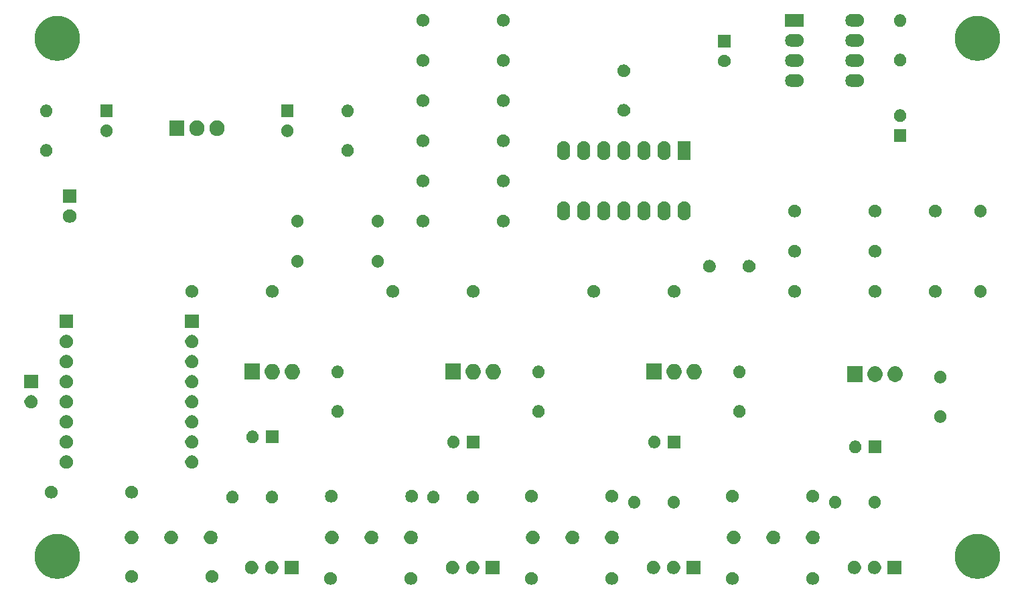
<source format=gts>
G04 #@! TF.GenerationSoftware,KiCad,Pcbnew,9.0.0*
G04 #@! TF.CreationDate,2025-02-20T18:45:09-05:00*
G04 #@! TF.ProjectId,battery emulator design 0.1,62617474-6572-4792-9065-6d756c61746f,rev?*
G04 #@! TF.SameCoordinates,Original*
G04 #@! TF.FileFunction,Soldermask,Top*
G04 #@! TF.FilePolarity,Negative*
%FSLAX46Y46*%
G04 Gerber Fmt 4.6, Leading zero omitted, Abs format (unit mm)*
G04 Created by KiCad (PCBNEW 9.0.0) date 2025-02-20 18:45:09*
%MOMM*%
%LPD*%
G01*
G04 APERTURE LIST*
G04 APERTURE END LIST*
G36*
X132058228Y-134616448D02*
G01*
X132203117Y-134676463D01*
X132333515Y-134763592D01*
X132444408Y-134874485D01*
X132531537Y-135004883D01*
X132591552Y-135149772D01*
X132622148Y-135303586D01*
X132622148Y-135460414D01*
X132591552Y-135614228D01*
X132531537Y-135759117D01*
X132444408Y-135889515D01*
X132333515Y-136000408D01*
X132203117Y-136087537D01*
X132058228Y-136147552D01*
X131904414Y-136178148D01*
X131747586Y-136178148D01*
X131593772Y-136147552D01*
X131448883Y-136087537D01*
X131318485Y-136000408D01*
X131207592Y-135889515D01*
X131120463Y-135759117D01*
X131060448Y-135614228D01*
X131029852Y-135460414D01*
X131029852Y-135303586D01*
X131060448Y-135149772D01*
X131120463Y-135004883D01*
X131207592Y-134874485D01*
X131318485Y-134763592D01*
X131448883Y-134676463D01*
X131593772Y-134616448D01*
X131747586Y-134585852D01*
X131904414Y-134585852D01*
X132058228Y-134616448D01*
G37*
G36*
X142218228Y-134616448D02*
G01*
X142363117Y-134676463D01*
X142493515Y-134763592D01*
X142604408Y-134874485D01*
X142691537Y-135004883D01*
X142751552Y-135149772D01*
X142782148Y-135303586D01*
X142782148Y-135460414D01*
X142751552Y-135614228D01*
X142691537Y-135759117D01*
X142604408Y-135889515D01*
X142493515Y-136000408D01*
X142363117Y-136087537D01*
X142218228Y-136147552D01*
X142064414Y-136178148D01*
X141907586Y-136178148D01*
X141753772Y-136147552D01*
X141608883Y-136087537D01*
X141478485Y-136000408D01*
X141367592Y-135889515D01*
X141280463Y-135759117D01*
X141220448Y-135614228D01*
X141189852Y-135460414D01*
X141189852Y-135303586D01*
X141220448Y-135149772D01*
X141280463Y-135004883D01*
X141367592Y-134874485D01*
X141478485Y-134763592D01*
X141608883Y-134676463D01*
X141753772Y-134616448D01*
X141907586Y-134585852D01*
X142064414Y-134585852D01*
X142218228Y-134616448D01*
G37*
G36*
X157458228Y-134616448D02*
G01*
X157603117Y-134676463D01*
X157733515Y-134763592D01*
X157844408Y-134874485D01*
X157931537Y-135004883D01*
X157991552Y-135149772D01*
X158022148Y-135303586D01*
X158022148Y-135460414D01*
X157991552Y-135614228D01*
X157931537Y-135759117D01*
X157844408Y-135889515D01*
X157733515Y-136000408D01*
X157603117Y-136087537D01*
X157458228Y-136147552D01*
X157304414Y-136178148D01*
X157147586Y-136178148D01*
X156993772Y-136147552D01*
X156848883Y-136087537D01*
X156718485Y-136000408D01*
X156607592Y-135889515D01*
X156520463Y-135759117D01*
X156460448Y-135614228D01*
X156429852Y-135460414D01*
X156429852Y-135303586D01*
X156460448Y-135149772D01*
X156520463Y-135004883D01*
X156607592Y-134874485D01*
X156718485Y-134763592D01*
X156848883Y-134676463D01*
X156993772Y-134616448D01*
X157147586Y-134585852D01*
X157304414Y-134585852D01*
X157458228Y-134616448D01*
G37*
G36*
X167618228Y-134616448D02*
G01*
X167763117Y-134676463D01*
X167893515Y-134763592D01*
X168004408Y-134874485D01*
X168091537Y-135004883D01*
X168151552Y-135149772D01*
X168182148Y-135303586D01*
X168182148Y-135460414D01*
X168151552Y-135614228D01*
X168091537Y-135759117D01*
X168004408Y-135889515D01*
X167893515Y-136000408D01*
X167763117Y-136087537D01*
X167618228Y-136147552D01*
X167464414Y-136178148D01*
X167307586Y-136178148D01*
X167153772Y-136147552D01*
X167008883Y-136087537D01*
X166878485Y-136000408D01*
X166767592Y-135889515D01*
X166680463Y-135759117D01*
X166620448Y-135614228D01*
X166589852Y-135460414D01*
X166589852Y-135303586D01*
X166620448Y-135149772D01*
X166680463Y-135004883D01*
X166767592Y-134874485D01*
X166878485Y-134763592D01*
X167008883Y-134676463D01*
X167153772Y-134616448D01*
X167307586Y-134585852D01*
X167464414Y-134585852D01*
X167618228Y-134616448D01*
G37*
G36*
X182858228Y-134616448D02*
G01*
X183003117Y-134676463D01*
X183133515Y-134763592D01*
X183244408Y-134874485D01*
X183331537Y-135004883D01*
X183391552Y-135149772D01*
X183422148Y-135303586D01*
X183422148Y-135460414D01*
X183391552Y-135614228D01*
X183331537Y-135759117D01*
X183244408Y-135889515D01*
X183133515Y-136000408D01*
X183003117Y-136087537D01*
X182858228Y-136147552D01*
X182704414Y-136178148D01*
X182547586Y-136178148D01*
X182393772Y-136147552D01*
X182248883Y-136087537D01*
X182118485Y-136000408D01*
X182007592Y-135889515D01*
X181920463Y-135759117D01*
X181860448Y-135614228D01*
X181829852Y-135460414D01*
X181829852Y-135303586D01*
X181860448Y-135149772D01*
X181920463Y-135004883D01*
X182007592Y-134874485D01*
X182118485Y-134763592D01*
X182248883Y-134676463D01*
X182393772Y-134616448D01*
X182547586Y-134585852D01*
X182704414Y-134585852D01*
X182858228Y-134616448D01*
G37*
G36*
X193018228Y-134616448D02*
G01*
X193163117Y-134676463D01*
X193293515Y-134763592D01*
X193404408Y-134874485D01*
X193491537Y-135004883D01*
X193551552Y-135149772D01*
X193582148Y-135303586D01*
X193582148Y-135460414D01*
X193551552Y-135614228D01*
X193491537Y-135759117D01*
X193404408Y-135889515D01*
X193293515Y-136000408D01*
X193163117Y-136087537D01*
X193018228Y-136147552D01*
X192864414Y-136178148D01*
X192707586Y-136178148D01*
X192553772Y-136147552D01*
X192408883Y-136087537D01*
X192278485Y-136000408D01*
X192167592Y-135889515D01*
X192080463Y-135759117D01*
X192020448Y-135614228D01*
X191989852Y-135460414D01*
X191989852Y-135303586D01*
X192020448Y-135149772D01*
X192080463Y-135004883D01*
X192167592Y-134874485D01*
X192278485Y-134763592D01*
X192408883Y-134676463D01*
X192553772Y-134616448D01*
X192707586Y-134585852D01*
X192864414Y-134585852D01*
X193018228Y-134616448D01*
G37*
G36*
X106912228Y-134362448D02*
G01*
X107057117Y-134422463D01*
X107187515Y-134509592D01*
X107298408Y-134620485D01*
X107385537Y-134750883D01*
X107445552Y-134895772D01*
X107476148Y-135049586D01*
X107476148Y-135206414D01*
X107445552Y-135360228D01*
X107385537Y-135505117D01*
X107298408Y-135635515D01*
X107187515Y-135746408D01*
X107057117Y-135833537D01*
X106912228Y-135893552D01*
X106758414Y-135924148D01*
X106601586Y-135924148D01*
X106447772Y-135893552D01*
X106302883Y-135833537D01*
X106172485Y-135746408D01*
X106061592Y-135635515D01*
X105974463Y-135505117D01*
X105914448Y-135360228D01*
X105883852Y-135206414D01*
X105883852Y-135049586D01*
X105914448Y-134895772D01*
X105974463Y-134750883D01*
X106061592Y-134620485D01*
X106172485Y-134509592D01*
X106302883Y-134422463D01*
X106447772Y-134362448D01*
X106601586Y-134331852D01*
X106758414Y-134331852D01*
X106912228Y-134362448D01*
G37*
G36*
X117072228Y-134362448D02*
G01*
X117217117Y-134422463D01*
X117347515Y-134509592D01*
X117458408Y-134620485D01*
X117545537Y-134750883D01*
X117605552Y-134895772D01*
X117636148Y-135049586D01*
X117636148Y-135206414D01*
X117605552Y-135360228D01*
X117545537Y-135505117D01*
X117458408Y-135635515D01*
X117347515Y-135746408D01*
X117217117Y-135833537D01*
X117072228Y-135893552D01*
X116918414Y-135924148D01*
X116761586Y-135924148D01*
X116607772Y-135893552D01*
X116462883Y-135833537D01*
X116332485Y-135746408D01*
X116221592Y-135635515D01*
X116134463Y-135505117D01*
X116074448Y-135360228D01*
X116043852Y-135206414D01*
X116043852Y-135049586D01*
X116074448Y-134895772D01*
X116134463Y-134750883D01*
X116221592Y-134620485D01*
X116332485Y-134509592D01*
X116462883Y-134422463D01*
X116607772Y-134362448D01*
X116761586Y-134331852D01*
X116918414Y-134331852D01*
X117072228Y-134362448D01*
G37*
G36*
X97758522Y-129783394D02*
G01*
X98069542Y-129854382D01*
X98370658Y-129959748D01*
X98658083Y-130098164D01*
X98928204Y-130267892D01*
X99177623Y-130466797D01*
X99403203Y-130692377D01*
X99602108Y-130941796D01*
X99771836Y-131211917D01*
X99910252Y-131499342D01*
X100015618Y-131800458D01*
X100086606Y-132111478D01*
X100122325Y-132428491D01*
X100122325Y-132747509D01*
X100086606Y-133064522D01*
X100015618Y-133375542D01*
X99910252Y-133676658D01*
X99771836Y-133964083D01*
X99602108Y-134234204D01*
X99403203Y-134483623D01*
X99177623Y-134709203D01*
X98928204Y-134908108D01*
X98658083Y-135077836D01*
X98370658Y-135216252D01*
X98069542Y-135321618D01*
X97758522Y-135392606D01*
X97441509Y-135428325D01*
X97122491Y-135428325D01*
X96805478Y-135392606D01*
X96494458Y-135321618D01*
X96193342Y-135216252D01*
X95905917Y-135077836D01*
X95635796Y-134908108D01*
X95386377Y-134709203D01*
X95160797Y-134483623D01*
X94961892Y-134234204D01*
X94792164Y-133964083D01*
X94653748Y-133676658D01*
X94548382Y-133375542D01*
X94477394Y-133064522D01*
X94441675Y-132747509D01*
X94441675Y-132428491D01*
X94477394Y-132111478D01*
X94548382Y-131800458D01*
X94653748Y-131499342D01*
X94792164Y-131211917D01*
X94961892Y-130941796D01*
X95160797Y-130692377D01*
X95386377Y-130466797D01*
X95635796Y-130267892D01*
X95905917Y-130098164D01*
X96193342Y-129959748D01*
X96494458Y-129854382D01*
X96805478Y-129783394D01*
X97122491Y-129747675D01*
X97441509Y-129747675D01*
X97758522Y-129783394D01*
G37*
G36*
X214090522Y-129783394D02*
G01*
X214401542Y-129854382D01*
X214702658Y-129959748D01*
X214990083Y-130098164D01*
X215260204Y-130267892D01*
X215509623Y-130466797D01*
X215735203Y-130692377D01*
X215934108Y-130941796D01*
X216103836Y-131211917D01*
X216242252Y-131499342D01*
X216347618Y-131800458D01*
X216418606Y-132111478D01*
X216454325Y-132428491D01*
X216454325Y-132747509D01*
X216418606Y-133064522D01*
X216347618Y-133375542D01*
X216242252Y-133676658D01*
X216103836Y-133964083D01*
X215934108Y-134234204D01*
X215735203Y-134483623D01*
X215509623Y-134709203D01*
X215260204Y-134908108D01*
X214990083Y-135077836D01*
X214702658Y-135216252D01*
X214401542Y-135321618D01*
X214090522Y-135392606D01*
X213773509Y-135428325D01*
X213454491Y-135428325D01*
X213137478Y-135392606D01*
X212826458Y-135321618D01*
X212525342Y-135216252D01*
X212237917Y-135077836D01*
X211967796Y-134908108D01*
X211718377Y-134709203D01*
X211492797Y-134483623D01*
X211293892Y-134234204D01*
X211124164Y-133964083D01*
X210985748Y-133676658D01*
X210880382Y-133375542D01*
X210809394Y-133064522D01*
X210773675Y-132747509D01*
X210773675Y-132428491D01*
X210809394Y-132111478D01*
X210880382Y-131800458D01*
X210985748Y-131499342D01*
X211124164Y-131211917D01*
X211293892Y-130941796D01*
X211492797Y-130692377D01*
X211718377Y-130466797D01*
X211967796Y-130267892D01*
X212237917Y-130098164D01*
X212525342Y-129959748D01*
X212826458Y-129854382D01*
X213137478Y-129783394D01*
X213454491Y-129747675D01*
X213773509Y-129747675D01*
X214090522Y-129783394D01*
G37*
G36*
X127770000Y-134835000D02*
G01*
X126070000Y-134835000D01*
X126070000Y-133135000D01*
X127770000Y-133135000D01*
X127770000Y-134835000D01*
G37*
G36*
X153170000Y-134835000D02*
G01*
X151470000Y-134835000D01*
X151470000Y-133135000D01*
X153170000Y-133135000D01*
X153170000Y-134835000D01*
G37*
G36*
X178570000Y-134835000D02*
G01*
X176870000Y-134835000D01*
X176870000Y-133135000D01*
X178570000Y-133135000D01*
X178570000Y-134835000D01*
G37*
G36*
X203970000Y-134835000D02*
G01*
X202270000Y-134835000D01*
X202270000Y-133135000D01*
X203970000Y-133135000D01*
X203970000Y-134835000D01*
G37*
G36*
X122086742Y-133171601D02*
G01*
X122240687Y-133235367D01*
X122379234Y-133327941D01*
X122497059Y-133445766D01*
X122589633Y-133584313D01*
X122653399Y-133738258D01*
X122685907Y-133901685D01*
X122685907Y-134068315D01*
X122653399Y-134231742D01*
X122589633Y-134385687D01*
X122497059Y-134524234D01*
X122379234Y-134642059D01*
X122240687Y-134734633D01*
X122086742Y-134798399D01*
X121923315Y-134830907D01*
X121756685Y-134830907D01*
X121593258Y-134798399D01*
X121439313Y-134734633D01*
X121300766Y-134642059D01*
X121182941Y-134524234D01*
X121090367Y-134385687D01*
X121026601Y-134231742D01*
X120994093Y-134068315D01*
X120994093Y-133901685D01*
X121026601Y-133738258D01*
X121090367Y-133584313D01*
X121182941Y-133445766D01*
X121300766Y-133327941D01*
X121439313Y-133235367D01*
X121593258Y-133171601D01*
X121756685Y-133139093D01*
X121923315Y-133139093D01*
X122086742Y-133171601D01*
G37*
G36*
X124626742Y-133171601D02*
G01*
X124780687Y-133235367D01*
X124919234Y-133327941D01*
X125037059Y-133445766D01*
X125129633Y-133584313D01*
X125193399Y-133738258D01*
X125225907Y-133901685D01*
X125225907Y-134068315D01*
X125193399Y-134231742D01*
X125129633Y-134385687D01*
X125037059Y-134524234D01*
X124919234Y-134642059D01*
X124780687Y-134734633D01*
X124626742Y-134798399D01*
X124463315Y-134830907D01*
X124296685Y-134830907D01*
X124133258Y-134798399D01*
X123979313Y-134734633D01*
X123840766Y-134642059D01*
X123722941Y-134524234D01*
X123630367Y-134385687D01*
X123566601Y-134231742D01*
X123534093Y-134068315D01*
X123534093Y-133901685D01*
X123566601Y-133738258D01*
X123630367Y-133584313D01*
X123722941Y-133445766D01*
X123840766Y-133327941D01*
X123979313Y-133235367D01*
X124133258Y-133171601D01*
X124296685Y-133139093D01*
X124463315Y-133139093D01*
X124626742Y-133171601D01*
G37*
G36*
X147486742Y-133171601D02*
G01*
X147640687Y-133235367D01*
X147779234Y-133327941D01*
X147897059Y-133445766D01*
X147989633Y-133584313D01*
X148053399Y-133738258D01*
X148085907Y-133901685D01*
X148085907Y-134068315D01*
X148053399Y-134231742D01*
X147989633Y-134385687D01*
X147897059Y-134524234D01*
X147779234Y-134642059D01*
X147640687Y-134734633D01*
X147486742Y-134798399D01*
X147323315Y-134830907D01*
X147156685Y-134830907D01*
X146993258Y-134798399D01*
X146839313Y-134734633D01*
X146700766Y-134642059D01*
X146582941Y-134524234D01*
X146490367Y-134385687D01*
X146426601Y-134231742D01*
X146394093Y-134068315D01*
X146394093Y-133901685D01*
X146426601Y-133738258D01*
X146490367Y-133584313D01*
X146582941Y-133445766D01*
X146700766Y-133327941D01*
X146839313Y-133235367D01*
X146993258Y-133171601D01*
X147156685Y-133139093D01*
X147323315Y-133139093D01*
X147486742Y-133171601D01*
G37*
G36*
X150026742Y-133171601D02*
G01*
X150180687Y-133235367D01*
X150319234Y-133327941D01*
X150437059Y-133445766D01*
X150529633Y-133584313D01*
X150593399Y-133738258D01*
X150625907Y-133901685D01*
X150625907Y-134068315D01*
X150593399Y-134231742D01*
X150529633Y-134385687D01*
X150437059Y-134524234D01*
X150319234Y-134642059D01*
X150180687Y-134734633D01*
X150026742Y-134798399D01*
X149863315Y-134830907D01*
X149696685Y-134830907D01*
X149533258Y-134798399D01*
X149379313Y-134734633D01*
X149240766Y-134642059D01*
X149122941Y-134524234D01*
X149030367Y-134385687D01*
X148966601Y-134231742D01*
X148934093Y-134068315D01*
X148934093Y-133901685D01*
X148966601Y-133738258D01*
X149030367Y-133584313D01*
X149122941Y-133445766D01*
X149240766Y-133327941D01*
X149379313Y-133235367D01*
X149533258Y-133171601D01*
X149696685Y-133139093D01*
X149863315Y-133139093D01*
X150026742Y-133171601D01*
G37*
G36*
X172886742Y-133171601D02*
G01*
X173040687Y-133235367D01*
X173179234Y-133327941D01*
X173297059Y-133445766D01*
X173389633Y-133584313D01*
X173453399Y-133738258D01*
X173485907Y-133901685D01*
X173485907Y-134068315D01*
X173453399Y-134231742D01*
X173389633Y-134385687D01*
X173297059Y-134524234D01*
X173179234Y-134642059D01*
X173040687Y-134734633D01*
X172886742Y-134798399D01*
X172723315Y-134830907D01*
X172556685Y-134830907D01*
X172393258Y-134798399D01*
X172239313Y-134734633D01*
X172100766Y-134642059D01*
X171982941Y-134524234D01*
X171890367Y-134385687D01*
X171826601Y-134231742D01*
X171794093Y-134068315D01*
X171794093Y-133901685D01*
X171826601Y-133738258D01*
X171890367Y-133584313D01*
X171982941Y-133445766D01*
X172100766Y-133327941D01*
X172239313Y-133235367D01*
X172393258Y-133171601D01*
X172556685Y-133139093D01*
X172723315Y-133139093D01*
X172886742Y-133171601D01*
G37*
G36*
X175426742Y-133171601D02*
G01*
X175580687Y-133235367D01*
X175719234Y-133327941D01*
X175837059Y-133445766D01*
X175929633Y-133584313D01*
X175993399Y-133738258D01*
X176025907Y-133901685D01*
X176025907Y-134068315D01*
X175993399Y-134231742D01*
X175929633Y-134385687D01*
X175837059Y-134524234D01*
X175719234Y-134642059D01*
X175580687Y-134734633D01*
X175426742Y-134798399D01*
X175263315Y-134830907D01*
X175096685Y-134830907D01*
X174933258Y-134798399D01*
X174779313Y-134734633D01*
X174640766Y-134642059D01*
X174522941Y-134524234D01*
X174430367Y-134385687D01*
X174366601Y-134231742D01*
X174334093Y-134068315D01*
X174334093Y-133901685D01*
X174366601Y-133738258D01*
X174430367Y-133584313D01*
X174522941Y-133445766D01*
X174640766Y-133327941D01*
X174779313Y-133235367D01*
X174933258Y-133171601D01*
X175096685Y-133139093D01*
X175263315Y-133139093D01*
X175426742Y-133171601D01*
G37*
G36*
X198286742Y-133171601D02*
G01*
X198440687Y-133235367D01*
X198579234Y-133327941D01*
X198697059Y-133445766D01*
X198789633Y-133584313D01*
X198853399Y-133738258D01*
X198885907Y-133901685D01*
X198885907Y-134068315D01*
X198853399Y-134231742D01*
X198789633Y-134385687D01*
X198697059Y-134524234D01*
X198579234Y-134642059D01*
X198440687Y-134734633D01*
X198286742Y-134798399D01*
X198123315Y-134830907D01*
X197956685Y-134830907D01*
X197793258Y-134798399D01*
X197639313Y-134734633D01*
X197500766Y-134642059D01*
X197382941Y-134524234D01*
X197290367Y-134385687D01*
X197226601Y-134231742D01*
X197194093Y-134068315D01*
X197194093Y-133901685D01*
X197226601Y-133738258D01*
X197290367Y-133584313D01*
X197382941Y-133445766D01*
X197500766Y-133327941D01*
X197639313Y-133235367D01*
X197793258Y-133171601D01*
X197956685Y-133139093D01*
X198123315Y-133139093D01*
X198286742Y-133171601D01*
G37*
G36*
X200826742Y-133171601D02*
G01*
X200980687Y-133235367D01*
X201119234Y-133327941D01*
X201237059Y-133445766D01*
X201329633Y-133584313D01*
X201393399Y-133738258D01*
X201425907Y-133901685D01*
X201425907Y-134068315D01*
X201393399Y-134231742D01*
X201329633Y-134385687D01*
X201237059Y-134524234D01*
X201119234Y-134642059D01*
X200980687Y-134734633D01*
X200826742Y-134798399D01*
X200663315Y-134830907D01*
X200496685Y-134830907D01*
X200333258Y-134798399D01*
X200179313Y-134734633D01*
X200040766Y-134642059D01*
X199922941Y-134524234D01*
X199830367Y-134385687D01*
X199766601Y-134231742D01*
X199734093Y-134068315D01*
X199734093Y-133901685D01*
X199766601Y-133738258D01*
X199830367Y-133584313D01*
X199922941Y-133445766D01*
X200040766Y-133327941D01*
X200179313Y-133235367D01*
X200333258Y-133171601D01*
X200496685Y-133139093D01*
X200663315Y-133139093D01*
X200826742Y-133171601D01*
G37*
G36*
X106932548Y-129342462D02*
G01*
X107090115Y-129407729D01*
X107231922Y-129502481D01*
X107352519Y-129623078D01*
X107447271Y-129764885D01*
X107512538Y-129922452D01*
X107545811Y-130089725D01*
X107545811Y-130260275D01*
X107512538Y-130427548D01*
X107447271Y-130585115D01*
X107352519Y-130726922D01*
X107231922Y-130847519D01*
X107090115Y-130942271D01*
X106932548Y-131007538D01*
X106765275Y-131040811D01*
X106594725Y-131040811D01*
X106427452Y-131007538D01*
X106269885Y-130942271D01*
X106128078Y-130847519D01*
X106007481Y-130726922D01*
X105912729Y-130585115D01*
X105847462Y-130427548D01*
X105814189Y-130260275D01*
X105814189Y-130089725D01*
X105847462Y-129922452D01*
X105912729Y-129764885D01*
X106007481Y-129623078D01*
X106128078Y-129502481D01*
X106269885Y-129407729D01*
X106427452Y-129342462D01*
X106594725Y-129309189D01*
X106765275Y-129309189D01*
X106932548Y-129342462D01*
G37*
G36*
X111932548Y-129342462D02*
G01*
X112090115Y-129407729D01*
X112231922Y-129502481D01*
X112352519Y-129623078D01*
X112447271Y-129764885D01*
X112512538Y-129922452D01*
X112545811Y-130089725D01*
X112545811Y-130260275D01*
X112512538Y-130427548D01*
X112447271Y-130585115D01*
X112352519Y-130726922D01*
X112231922Y-130847519D01*
X112090115Y-130942271D01*
X111932548Y-131007538D01*
X111765275Y-131040811D01*
X111594725Y-131040811D01*
X111427452Y-131007538D01*
X111269885Y-130942271D01*
X111128078Y-130847519D01*
X111007481Y-130726922D01*
X110912729Y-130585115D01*
X110847462Y-130427548D01*
X110814189Y-130260275D01*
X110814189Y-130089725D01*
X110847462Y-129922452D01*
X110912729Y-129764885D01*
X111007481Y-129623078D01*
X111128078Y-129502481D01*
X111269885Y-129407729D01*
X111427452Y-129342462D01*
X111594725Y-129309189D01*
X111765275Y-129309189D01*
X111932548Y-129342462D01*
G37*
G36*
X116932548Y-129342462D02*
G01*
X117090115Y-129407729D01*
X117231922Y-129502481D01*
X117352519Y-129623078D01*
X117447271Y-129764885D01*
X117512538Y-129922452D01*
X117545811Y-130089725D01*
X117545811Y-130260275D01*
X117512538Y-130427548D01*
X117447271Y-130585115D01*
X117352519Y-130726922D01*
X117231922Y-130847519D01*
X117090115Y-130942271D01*
X116932548Y-131007538D01*
X116765275Y-131040811D01*
X116594725Y-131040811D01*
X116427452Y-131007538D01*
X116269885Y-130942271D01*
X116128078Y-130847519D01*
X116007481Y-130726922D01*
X115912729Y-130585115D01*
X115847462Y-130427548D01*
X115814189Y-130260275D01*
X115814189Y-130089725D01*
X115847462Y-129922452D01*
X115912729Y-129764885D01*
X116007481Y-129623078D01*
X116128078Y-129502481D01*
X116269885Y-129407729D01*
X116427452Y-129342462D01*
X116594725Y-129309189D01*
X116765275Y-129309189D01*
X116932548Y-129342462D01*
G37*
G36*
X132252548Y-129342462D02*
G01*
X132410115Y-129407729D01*
X132551922Y-129502481D01*
X132672519Y-129623078D01*
X132767271Y-129764885D01*
X132832538Y-129922452D01*
X132865811Y-130089725D01*
X132865811Y-130260275D01*
X132832538Y-130427548D01*
X132767271Y-130585115D01*
X132672519Y-130726922D01*
X132551922Y-130847519D01*
X132410115Y-130942271D01*
X132252548Y-131007538D01*
X132085275Y-131040811D01*
X131914725Y-131040811D01*
X131747452Y-131007538D01*
X131589885Y-130942271D01*
X131448078Y-130847519D01*
X131327481Y-130726922D01*
X131232729Y-130585115D01*
X131167462Y-130427548D01*
X131134189Y-130260275D01*
X131134189Y-130089725D01*
X131167462Y-129922452D01*
X131232729Y-129764885D01*
X131327481Y-129623078D01*
X131448078Y-129502481D01*
X131589885Y-129407729D01*
X131747452Y-129342462D01*
X131914725Y-129309189D01*
X132085275Y-129309189D01*
X132252548Y-129342462D01*
G37*
G36*
X137252548Y-129342462D02*
G01*
X137410115Y-129407729D01*
X137551922Y-129502481D01*
X137672519Y-129623078D01*
X137767271Y-129764885D01*
X137832538Y-129922452D01*
X137865811Y-130089725D01*
X137865811Y-130260275D01*
X137832538Y-130427548D01*
X137767271Y-130585115D01*
X137672519Y-130726922D01*
X137551922Y-130847519D01*
X137410115Y-130942271D01*
X137252548Y-131007538D01*
X137085275Y-131040811D01*
X136914725Y-131040811D01*
X136747452Y-131007538D01*
X136589885Y-130942271D01*
X136448078Y-130847519D01*
X136327481Y-130726922D01*
X136232729Y-130585115D01*
X136167462Y-130427548D01*
X136134189Y-130260275D01*
X136134189Y-130089725D01*
X136167462Y-129922452D01*
X136232729Y-129764885D01*
X136327481Y-129623078D01*
X136448078Y-129502481D01*
X136589885Y-129407729D01*
X136747452Y-129342462D01*
X136914725Y-129309189D01*
X137085275Y-129309189D01*
X137252548Y-129342462D01*
G37*
G36*
X142252548Y-129342462D02*
G01*
X142410115Y-129407729D01*
X142551922Y-129502481D01*
X142672519Y-129623078D01*
X142767271Y-129764885D01*
X142832538Y-129922452D01*
X142865811Y-130089725D01*
X142865811Y-130260275D01*
X142832538Y-130427548D01*
X142767271Y-130585115D01*
X142672519Y-130726922D01*
X142551922Y-130847519D01*
X142410115Y-130942271D01*
X142252548Y-131007538D01*
X142085275Y-131040811D01*
X141914725Y-131040811D01*
X141747452Y-131007538D01*
X141589885Y-130942271D01*
X141448078Y-130847519D01*
X141327481Y-130726922D01*
X141232729Y-130585115D01*
X141167462Y-130427548D01*
X141134189Y-130260275D01*
X141134189Y-130089725D01*
X141167462Y-129922452D01*
X141232729Y-129764885D01*
X141327481Y-129623078D01*
X141448078Y-129502481D01*
X141589885Y-129407729D01*
X141747452Y-129342462D01*
X141914725Y-129309189D01*
X142085275Y-129309189D01*
X142252548Y-129342462D01*
G37*
G36*
X157652548Y-129342462D02*
G01*
X157810115Y-129407729D01*
X157951922Y-129502481D01*
X158072519Y-129623078D01*
X158167271Y-129764885D01*
X158232538Y-129922452D01*
X158265811Y-130089725D01*
X158265811Y-130260275D01*
X158232538Y-130427548D01*
X158167271Y-130585115D01*
X158072519Y-130726922D01*
X157951922Y-130847519D01*
X157810115Y-130942271D01*
X157652548Y-131007538D01*
X157485275Y-131040811D01*
X157314725Y-131040811D01*
X157147452Y-131007538D01*
X156989885Y-130942271D01*
X156848078Y-130847519D01*
X156727481Y-130726922D01*
X156632729Y-130585115D01*
X156567462Y-130427548D01*
X156534189Y-130260275D01*
X156534189Y-130089725D01*
X156567462Y-129922452D01*
X156632729Y-129764885D01*
X156727481Y-129623078D01*
X156848078Y-129502481D01*
X156989885Y-129407729D01*
X157147452Y-129342462D01*
X157314725Y-129309189D01*
X157485275Y-129309189D01*
X157652548Y-129342462D01*
G37*
G36*
X162652548Y-129342462D02*
G01*
X162810115Y-129407729D01*
X162951922Y-129502481D01*
X163072519Y-129623078D01*
X163167271Y-129764885D01*
X163232538Y-129922452D01*
X163265811Y-130089725D01*
X163265811Y-130260275D01*
X163232538Y-130427548D01*
X163167271Y-130585115D01*
X163072519Y-130726922D01*
X162951922Y-130847519D01*
X162810115Y-130942271D01*
X162652548Y-131007538D01*
X162485275Y-131040811D01*
X162314725Y-131040811D01*
X162147452Y-131007538D01*
X161989885Y-130942271D01*
X161848078Y-130847519D01*
X161727481Y-130726922D01*
X161632729Y-130585115D01*
X161567462Y-130427548D01*
X161534189Y-130260275D01*
X161534189Y-130089725D01*
X161567462Y-129922452D01*
X161632729Y-129764885D01*
X161727481Y-129623078D01*
X161848078Y-129502481D01*
X161989885Y-129407729D01*
X162147452Y-129342462D01*
X162314725Y-129309189D01*
X162485275Y-129309189D01*
X162652548Y-129342462D01*
G37*
G36*
X167652548Y-129342462D02*
G01*
X167810115Y-129407729D01*
X167951922Y-129502481D01*
X168072519Y-129623078D01*
X168167271Y-129764885D01*
X168232538Y-129922452D01*
X168265811Y-130089725D01*
X168265811Y-130260275D01*
X168232538Y-130427548D01*
X168167271Y-130585115D01*
X168072519Y-130726922D01*
X167951922Y-130847519D01*
X167810115Y-130942271D01*
X167652548Y-131007538D01*
X167485275Y-131040811D01*
X167314725Y-131040811D01*
X167147452Y-131007538D01*
X166989885Y-130942271D01*
X166848078Y-130847519D01*
X166727481Y-130726922D01*
X166632729Y-130585115D01*
X166567462Y-130427548D01*
X166534189Y-130260275D01*
X166534189Y-130089725D01*
X166567462Y-129922452D01*
X166632729Y-129764885D01*
X166727481Y-129623078D01*
X166848078Y-129502481D01*
X166989885Y-129407729D01*
X167147452Y-129342462D01*
X167314725Y-129309189D01*
X167485275Y-129309189D01*
X167652548Y-129342462D01*
G37*
G36*
X183052548Y-129342462D02*
G01*
X183210115Y-129407729D01*
X183351922Y-129502481D01*
X183472519Y-129623078D01*
X183567271Y-129764885D01*
X183632538Y-129922452D01*
X183665811Y-130089725D01*
X183665811Y-130260275D01*
X183632538Y-130427548D01*
X183567271Y-130585115D01*
X183472519Y-130726922D01*
X183351922Y-130847519D01*
X183210115Y-130942271D01*
X183052548Y-131007538D01*
X182885275Y-131040811D01*
X182714725Y-131040811D01*
X182547452Y-131007538D01*
X182389885Y-130942271D01*
X182248078Y-130847519D01*
X182127481Y-130726922D01*
X182032729Y-130585115D01*
X181967462Y-130427548D01*
X181934189Y-130260275D01*
X181934189Y-130089725D01*
X181967462Y-129922452D01*
X182032729Y-129764885D01*
X182127481Y-129623078D01*
X182248078Y-129502481D01*
X182389885Y-129407729D01*
X182547452Y-129342462D01*
X182714725Y-129309189D01*
X182885275Y-129309189D01*
X183052548Y-129342462D01*
G37*
G36*
X188052548Y-129342462D02*
G01*
X188210115Y-129407729D01*
X188351922Y-129502481D01*
X188472519Y-129623078D01*
X188567271Y-129764885D01*
X188632538Y-129922452D01*
X188665811Y-130089725D01*
X188665811Y-130260275D01*
X188632538Y-130427548D01*
X188567271Y-130585115D01*
X188472519Y-130726922D01*
X188351922Y-130847519D01*
X188210115Y-130942271D01*
X188052548Y-131007538D01*
X187885275Y-131040811D01*
X187714725Y-131040811D01*
X187547452Y-131007538D01*
X187389885Y-130942271D01*
X187248078Y-130847519D01*
X187127481Y-130726922D01*
X187032729Y-130585115D01*
X186967462Y-130427548D01*
X186934189Y-130260275D01*
X186934189Y-130089725D01*
X186967462Y-129922452D01*
X187032729Y-129764885D01*
X187127481Y-129623078D01*
X187248078Y-129502481D01*
X187389885Y-129407729D01*
X187547452Y-129342462D01*
X187714725Y-129309189D01*
X187885275Y-129309189D01*
X188052548Y-129342462D01*
G37*
G36*
X193052548Y-129342462D02*
G01*
X193210115Y-129407729D01*
X193351922Y-129502481D01*
X193472519Y-129623078D01*
X193567271Y-129764885D01*
X193632538Y-129922452D01*
X193665811Y-130089725D01*
X193665811Y-130260275D01*
X193632538Y-130427548D01*
X193567271Y-130585115D01*
X193472519Y-130726922D01*
X193351922Y-130847519D01*
X193210115Y-130942271D01*
X193052548Y-131007538D01*
X192885275Y-131040811D01*
X192714725Y-131040811D01*
X192547452Y-131007538D01*
X192389885Y-130942271D01*
X192248078Y-130847519D01*
X192127481Y-130726922D01*
X192032729Y-130585115D01*
X191967462Y-130427548D01*
X191934189Y-130260275D01*
X191934189Y-130089725D01*
X191967462Y-129922452D01*
X192032729Y-129764885D01*
X192127481Y-129623078D01*
X192248078Y-129502481D01*
X192389885Y-129407729D01*
X192547452Y-129342462D01*
X192714725Y-129309189D01*
X192885275Y-129309189D01*
X193052548Y-129342462D01*
G37*
G36*
X170452228Y-124964448D02*
G01*
X170597117Y-125024463D01*
X170727515Y-125111592D01*
X170838408Y-125222485D01*
X170925537Y-125352883D01*
X170985552Y-125497772D01*
X171016148Y-125651586D01*
X171016148Y-125808414D01*
X170985552Y-125962228D01*
X170925537Y-126107117D01*
X170838408Y-126237515D01*
X170727515Y-126348408D01*
X170597117Y-126435537D01*
X170452228Y-126495552D01*
X170298414Y-126526148D01*
X170141586Y-126526148D01*
X169987772Y-126495552D01*
X169842883Y-126435537D01*
X169712485Y-126348408D01*
X169601592Y-126237515D01*
X169514463Y-126107117D01*
X169454448Y-125962228D01*
X169423852Y-125808414D01*
X169423852Y-125651586D01*
X169454448Y-125497772D01*
X169514463Y-125352883D01*
X169601592Y-125222485D01*
X169712485Y-125111592D01*
X169842883Y-125024463D01*
X169987772Y-124964448D01*
X170141586Y-124933852D01*
X170298414Y-124933852D01*
X170452228Y-124964448D01*
G37*
G36*
X175452228Y-124964448D02*
G01*
X175597117Y-125024463D01*
X175727515Y-125111592D01*
X175838408Y-125222485D01*
X175925537Y-125352883D01*
X175985552Y-125497772D01*
X176016148Y-125651586D01*
X176016148Y-125808414D01*
X175985552Y-125962228D01*
X175925537Y-126107117D01*
X175838408Y-126237515D01*
X175727515Y-126348408D01*
X175597117Y-126435537D01*
X175452228Y-126495552D01*
X175298414Y-126526148D01*
X175141586Y-126526148D01*
X174987772Y-126495552D01*
X174842883Y-126435537D01*
X174712485Y-126348408D01*
X174601592Y-126237515D01*
X174514463Y-126107117D01*
X174454448Y-125962228D01*
X174423852Y-125808414D01*
X174423852Y-125651586D01*
X174454448Y-125497772D01*
X174514463Y-125352883D01*
X174601592Y-125222485D01*
X174712485Y-125111592D01*
X174842883Y-125024463D01*
X174987772Y-124964448D01*
X175141586Y-124933852D01*
X175298414Y-124933852D01*
X175452228Y-124964448D01*
G37*
G36*
X195852228Y-124964448D02*
G01*
X195997117Y-125024463D01*
X196127515Y-125111592D01*
X196238408Y-125222485D01*
X196325537Y-125352883D01*
X196385552Y-125497772D01*
X196416148Y-125651586D01*
X196416148Y-125808414D01*
X196385552Y-125962228D01*
X196325537Y-126107117D01*
X196238408Y-126237515D01*
X196127515Y-126348408D01*
X195997117Y-126435537D01*
X195852228Y-126495552D01*
X195698414Y-126526148D01*
X195541586Y-126526148D01*
X195387772Y-126495552D01*
X195242883Y-126435537D01*
X195112485Y-126348408D01*
X195001592Y-126237515D01*
X194914463Y-126107117D01*
X194854448Y-125962228D01*
X194823852Y-125808414D01*
X194823852Y-125651586D01*
X194854448Y-125497772D01*
X194914463Y-125352883D01*
X195001592Y-125222485D01*
X195112485Y-125111592D01*
X195242883Y-125024463D01*
X195387772Y-124964448D01*
X195541586Y-124933852D01*
X195698414Y-124933852D01*
X195852228Y-124964448D01*
G37*
G36*
X200852228Y-124964448D02*
G01*
X200997117Y-125024463D01*
X201127515Y-125111592D01*
X201238408Y-125222485D01*
X201325537Y-125352883D01*
X201385552Y-125497772D01*
X201416148Y-125651586D01*
X201416148Y-125808414D01*
X201385552Y-125962228D01*
X201325537Y-126107117D01*
X201238408Y-126237515D01*
X201127515Y-126348408D01*
X200997117Y-126435537D01*
X200852228Y-126495552D01*
X200698414Y-126526148D01*
X200541586Y-126526148D01*
X200387772Y-126495552D01*
X200242883Y-126435537D01*
X200112485Y-126348408D01*
X200001592Y-126237515D01*
X199914463Y-126107117D01*
X199854448Y-125962228D01*
X199823852Y-125808414D01*
X199823852Y-125651586D01*
X199854448Y-125497772D01*
X199914463Y-125352883D01*
X200001592Y-125222485D01*
X200112485Y-125111592D01*
X200242883Y-125024463D01*
X200387772Y-124964448D01*
X200541586Y-124933852D01*
X200698414Y-124933852D01*
X200852228Y-124964448D01*
G37*
G36*
X119652228Y-124329448D02*
G01*
X119797117Y-124389463D01*
X119927515Y-124476592D01*
X120038408Y-124587485D01*
X120125537Y-124717883D01*
X120185552Y-124862772D01*
X120216148Y-125016586D01*
X120216148Y-125173414D01*
X120185552Y-125327228D01*
X120125537Y-125472117D01*
X120038408Y-125602515D01*
X119927515Y-125713408D01*
X119797117Y-125800537D01*
X119652228Y-125860552D01*
X119498414Y-125891148D01*
X119341586Y-125891148D01*
X119187772Y-125860552D01*
X119042883Y-125800537D01*
X118912485Y-125713408D01*
X118801592Y-125602515D01*
X118714463Y-125472117D01*
X118654448Y-125327228D01*
X118623852Y-125173414D01*
X118623852Y-125016586D01*
X118654448Y-124862772D01*
X118714463Y-124717883D01*
X118801592Y-124587485D01*
X118912485Y-124476592D01*
X119042883Y-124389463D01*
X119187772Y-124329448D01*
X119341586Y-124298852D01*
X119498414Y-124298852D01*
X119652228Y-124329448D01*
G37*
G36*
X124652228Y-124329448D02*
G01*
X124797117Y-124389463D01*
X124927515Y-124476592D01*
X125038408Y-124587485D01*
X125125537Y-124717883D01*
X125185552Y-124862772D01*
X125216148Y-125016586D01*
X125216148Y-125173414D01*
X125185552Y-125327228D01*
X125125537Y-125472117D01*
X125038408Y-125602515D01*
X124927515Y-125713408D01*
X124797117Y-125800537D01*
X124652228Y-125860552D01*
X124498414Y-125891148D01*
X124341586Y-125891148D01*
X124187772Y-125860552D01*
X124042883Y-125800537D01*
X123912485Y-125713408D01*
X123801592Y-125602515D01*
X123714463Y-125472117D01*
X123654448Y-125327228D01*
X123623852Y-125173414D01*
X123623852Y-125016586D01*
X123654448Y-124862772D01*
X123714463Y-124717883D01*
X123801592Y-124587485D01*
X123912485Y-124476592D01*
X124042883Y-124389463D01*
X124187772Y-124329448D01*
X124341586Y-124298852D01*
X124498414Y-124298852D01*
X124652228Y-124329448D01*
G37*
G36*
X145052228Y-124329448D02*
G01*
X145197117Y-124389463D01*
X145327515Y-124476592D01*
X145438408Y-124587485D01*
X145525537Y-124717883D01*
X145585552Y-124862772D01*
X145616148Y-125016586D01*
X145616148Y-125173414D01*
X145585552Y-125327228D01*
X145525537Y-125472117D01*
X145438408Y-125602515D01*
X145327515Y-125713408D01*
X145197117Y-125800537D01*
X145052228Y-125860552D01*
X144898414Y-125891148D01*
X144741586Y-125891148D01*
X144587772Y-125860552D01*
X144442883Y-125800537D01*
X144312485Y-125713408D01*
X144201592Y-125602515D01*
X144114463Y-125472117D01*
X144054448Y-125327228D01*
X144023852Y-125173414D01*
X144023852Y-125016586D01*
X144054448Y-124862772D01*
X144114463Y-124717883D01*
X144201592Y-124587485D01*
X144312485Y-124476592D01*
X144442883Y-124389463D01*
X144587772Y-124329448D01*
X144741586Y-124298852D01*
X144898414Y-124298852D01*
X145052228Y-124329448D01*
G37*
G36*
X150052228Y-124329448D02*
G01*
X150197117Y-124389463D01*
X150327515Y-124476592D01*
X150438408Y-124587485D01*
X150525537Y-124717883D01*
X150585552Y-124862772D01*
X150616148Y-125016586D01*
X150616148Y-125173414D01*
X150585552Y-125327228D01*
X150525537Y-125472117D01*
X150438408Y-125602515D01*
X150327515Y-125713408D01*
X150197117Y-125800537D01*
X150052228Y-125860552D01*
X149898414Y-125891148D01*
X149741586Y-125891148D01*
X149587772Y-125860552D01*
X149442883Y-125800537D01*
X149312485Y-125713408D01*
X149201592Y-125602515D01*
X149114463Y-125472117D01*
X149054448Y-125327228D01*
X149023852Y-125173414D01*
X149023852Y-125016586D01*
X149054448Y-124862772D01*
X149114463Y-124717883D01*
X149201592Y-124587485D01*
X149312485Y-124476592D01*
X149442883Y-124389463D01*
X149587772Y-124329448D01*
X149741586Y-124298852D01*
X149898414Y-124298852D01*
X150052228Y-124329448D01*
G37*
G36*
X132152228Y-124202448D02*
G01*
X132297117Y-124262463D01*
X132427515Y-124349592D01*
X132538408Y-124460485D01*
X132625537Y-124590883D01*
X132685552Y-124735772D01*
X132716148Y-124889586D01*
X132716148Y-125046414D01*
X132685552Y-125200228D01*
X132625537Y-125345117D01*
X132538408Y-125475515D01*
X132427515Y-125586408D01*
X132297117Y-125673537D01*
X132152228Y-125733552D01*
X131998414Y-125764148D01*
X131841586Y-125764148D01*
X131687772Y-125733552D01*
X131542883Y-125673537D01*
X131412485Y-125586408D01*
X131301592Y-125475515D01*
X131214463Y-125345117D01*
X131154448Y-125200228D01*
X131123852Y-125046414D01*
X131123852Y-124889586D01*
X131154448Y-124735772D01*
X131214463Y-124590883D01*
X131301592Y-124460485D01*
X131412485Y-124349592D01*
X131542883Y-124262463D01*
X131687772Y-124202448D01*
X131841586Y-124171852D01*
X131998414Y-124171852D01*
X132152228Y-124202448D01*
G37*
G36*
X142312228Y-124202448D02*
G01*
X142457117Y-124262463D01*
X142587515Y-124349592D01*
X142698408Y-124460485D01*
X142785537Y-124590883D01*
X142845552Y-124735772D01*
X142876148Y-124889586D01*
X142876148Y-125046414D01*
X142845552Y-125200228D01*
X142785537Y-125345117D01*
X142698408Y-125475515D01*
X142587515Y-125586408D01*
X142457117Y-125673537D01*
X142312228Y-125733552D01*
X142158414Y-125764148D01*
X142001586Y-125764148D01*
X141847772Y-125733552D01*
X141702883Y-125673537D01*
X141572485Y-125586408D01*
X141461592Y-125475515D01*
X141374463Y-125345117D01*
X141314448Y-125200228D01*
X141283852Y-125046414D01*
X141283852Y-124889586D01*
X141314448Y-124735772D01*
X141374463Y-124590883D01*
X141461592Y-124460485D01*
X141572485Y-124349592D01*
X141702883Y-124262463D01*
X141847772Y-124202448D01*
X142001586Y-124171852D01*
X142158414Y-124171852D01*
X142312228Y-124202448D01*
G37*
G36*
X157458228Y-124202448D02*
G01*
X157603117Y-124262463D01*
X157733515Y-124349592D01*
X157844408Y-124460485D01*
X157931537Y-124590883D01*
X157991552Y-124735772D01*
X158022148Y-124889586D01*
X158022148Y-125046414D01*
X157991552Y-125200228D01*
X157931537Y-125345117D01*
X157844408Y-125475515D01*
X157733515Y-125586408D01*
X157603117Y-125673537D01*
X157458228Y-125733552D01*
X157304414Y-125764148D01*
X157147586Y-125764148D01*
X156993772Y-125733552D01*
X156848883Y-125673537D01*
X156718485Y-125586408D01*
X156607592Y-125475515D01*
X156520463Y-125345117D01*
X156460448Y-125200228D01*
X156429852Y-125046414D01*
X156429852Y-124889586D01*
X156460448Y-124735772D01*
X156520463Y-124590883D01*
X156607592Y-124460485D01*
X156718485Y-124349592D01*
X156848883Y-124262463D01*
X156993772Y-124202448D01*
X157147586Y-124171852D01*
X157304414Y-124171852D01*
X157458228Y-124202448D01*
G37*
G36*
X167618228Y-124202448D02*
G01*
X167763117Y-124262463D01*
X167893515Y-124349592D01*
X168004408Y-124460485D01*
X168091537Y-124590883D01*
X168151552Y-124735772D01*
X168182148Y-124889586D01*
X168182148Y-125046414D01*
X168151552Y-125200228D01*
X168091537Y-125345117D01*
X168004408Y-125475515D01*
X167893515Y-125586408D01*
X167763117Y-125673537D01*
X167618228Y-125733552D01*
X167464414Y-125764148D01*
X167307586Y-125764148D01*
X167153772Y-125733552D01*
X167008883Y-125673537D01*
X166878485Y-125586408D01*
X166767592Y-125475515D01*
X166680463Y-125345117D01*
X166620448Y-125200228D01*
X166589852Y-125046414D01*
X166589852Y-124889586D01*
X166620448Y-124735772D01*
X166680463Y-124590883D01*
X166767592Y-124460485D01*
X166878485Y-124349592D01*
X167008883Y-124262463D01*
X167153772Y-124202448D01*
X167307586Y-124171852D01*
X167464414Y-124171852D01*
X167618228Y-124202448D01*
G37*
G36*
X182858228Y-124202448D02*
G01*
X183003117Y-124262463D01*
X183133515Y-124349592D01*
X183244408Y-124460485D01*
X183331537Y-124590883D01*
X183391552Y-124735772D01*
X183422148Y-124889586D01*
X183422148Y-125046414D01*
X183391552Y-125200228D01*
X183331537Y-125345117D01*
X183244408Y-125475515D01*
X183133515Y-125586408D01*
X183003117Y-125673537D01*
X182858228Y-125733552D01*
X182704414Y-125764148D01*
X182547586Y-125764148D01*
X182393772Y-125733552D01*
X182248883Y-125673537D01*
X182118485Y-125586408D01*
X182007592Y-125475515D01*
X181920463Y-125345117D01*
X181860448Y-125200228D01*
X181829852Y-125046414D01*
X181829852Y-124889586D01*
X181860448Y-124735772D01*
X181920463Y-124590883D01*
X182007592Y-124460485D01*
X182118485Y-124349592D01*
X182248883Y-124262463D01*
X182393772Y-124202448D01*
X182547586Y-124171852D01*
X182704414Y-124171852D01*
X182858228Y-124202448D01*
G37*
G36*
X193018228Y-124202448D02*
G01*
X193163117Y-124262463D01*
X193293515Y-124349592D01*
X193404408Y-124460485D01*
X193491537Y-124590883D01*
X193551552Y-124735772D01*
X193582148Y-124889586D01*
X193582148Y-125046414D01*
X193551552Y-125200228D01*
X193491537Y-125345117D01*
X193404408Y-125475515D01*
X193293515Y-125586408D01*
X193163117Y-125673537D01*
X193018228Y-125733552D01*
X192864414Y-125764148D01*
X192707586Y-125764148D01*
X192553772Y-125733552D01*
X192408883Y-125673537D01*
X192278485Y-125586408D01*
X192167592Y-125475515D01*
X192080463Y-125345117D01*
X192020448Y-125200228D01*
X191989852Y-125046414D01*
X191989852Y-124889586D01*
X192020448Y-124735772D01*
X192080463Y-124590883D01*
X192167592Y-124460485D01*
X192278485Y-124349592D01*
X192408883Y-124262463D01*
X192553772Y-124202448D01*
X192707586Y-124171852D01*
X192864414Y-124171852D01*
X193018228Y-124202448D01*
G37*
G36*
X96752228Y-123694448D02*
G01*
X96897117Y-123754463D01*
X97027515Y-123841592D01*
X97138408Y-123952485D01*
X97225537Y-124082883D01*
X97285552Y-124227772D01*
X97316148Y-124381586D01*
X97316148Y-124538414D01*
X97285552Y-124692228D01*
X97225537Y-124837117D01*
X97138408Y-124967515D01*
X97027515Y-125078408D01*
X96897117Y-125165537D01*
X96752228Y-125225552D01*
X96598414Y-125256148D01*
X96441586Y-125256148D01*
X96287772Y-125225552D01*
X96142883Y-125165537D01*
X96012485Y-125078408D01*
X95901592Y-124967515D01*
X95814463Y-124837117D01*
X95754448Y-124692228D01*
X95723852Y-124538414D01*
X95723852Y-124381586D01*
X95754448Y-124227772D01*
X95814463Y-124082883D01*
X95901592Y-123952485D01*
X96012485Y-123841592D01*
X96142883Y-123754463D01*
X96287772Y-123694448D01*
X96441586Y-123663852D01*
X96598414Y-123663852D01*
X96752228Y-123694448D01*
G37*
G36*
X106912228Y-123694448D02*
G01*
X107057117Y-123754463D01*
X107187515Y-123841592D01*
X107298408Y-123952485D01*
X107385537Y-124082883D01*
X107445552Y-124227772D01*
X107476148Y-124381586D01*
X107476148Y-124538414D01*
X107445552Y-124692228D01*
X107385537Y-124837117D01*
X107298408Y-124967515D01*
X107187515Y-125078408D01*
X107057117Y-125165537D01*
X106912228Y-125225552D01*
X106758414Y-125256148D01*
X106601586Y-125256148D01*
X106447772Y-125225552D01*
X106302883Y-125165537D01*
X106172485Y-125078408D01*
X106061592Y-124967515D01*
X105974463Y-124837117D01*
X105914448Y-124692228D01*
X105883852Y-124538414D01*
X105883852Y-124381586D01*
X105914448Y-124227772D01*
X105974463Y-124082883D01*
X106061592Y-123952485D01*
X106172485Y-123841592D01*
X106302883Y-123754463D01*
X106447772Y-123694448D01*
X106601586Y-123663852D01*
X106758414Y-123663852D01*
X106912228Y-123694448D01*
G37*
G36*
X98671742Y-119836601D02*
G01*
X98825687Y-119900367D01*
X98964234Y-119992941D01*
X99082059Y-120110766D01*
X99174633Y-120249313D01*
X99238399Y-120403258D01*
X99270907Y-120566685D01*
X99270907Y-120733315D01*
X99238399Y-120896742D01*
X99174633Y-121050687D01*
X99082059Y-121189234D01*
X98964234Y-121307059D01*
X98825687Y-121399633D01*
X98671742Y-121463399D01*
X98508315Y-121495907D01*
X98341685Y-121495907D01*
X98178258Y-121463399D01*
X98024313Y-121399633D01*
X97885766Y-121307059D01*
X97767941Y-121189234D01*
X97675367Y-121050687D01*
X97611601Y-120896742D01*
X97579093Y-120733315D01*
X97579093Y-120566685D01*
X97611601Y-120403258D01*
X97675367Y-120249313D01*
X97767941Y-120110766D01*
X97885766Y-119992941D01*
X98024313Y-119900367D01*
X98178258Y-119836601D01*
X98341685Y-119804093D01*
X98508315Y-119804093D01*
X98671742Y-119836601D01*
G37*
G36*
X114546742Y-119836601D02*
G01*
X114700687Y-119900367D01*
X114839234Y-119992941D01*
X114957059Y-120110766D01*
X115049633Y-120249313D01*
X115113399Y-120403258D01*
X115145907Y-120566685D01*
X115145907Y-120733315D01*
X115113399Y-120896742D01*
X115049633Y-121050687D01*
X114957059Y-121189234D01*
X114839234Y-121307059D01*
X114700687Y-121399633D01*
X114546742Y-121463399D01*
X114383315Y-121495907D01*
X114216685Y-121495907D01*
X114053258Y-121463399D01*
X113899313Y-121399633D01*
X113760766Y-121307059D01*
X113642941Y-121189234D01*
X113550367Y-121050687D01*
X113486601Y-120896742D01*
X113454093Y-120733315D01*
X113454093Y-120566685D01*
X113486601Y-120403258D01*
X113550367Y-120249313D01*
X113642941Y-120110766D01*
X113760766Y-119992941D01*
X113899313Y-119900367D01*
X114053258Y-119836601D01*
X114216685Y-119804093D01*
X114383315Y-119804093D01*
X114546742Y-119836601D01*
G37*
G36*
X201460000Y-119545000D02*
G01*
X199860000Y-119545000D01*
X199860000Y-117945000D01*
X201460000Y-117945000D01*
X201460000Y-119545000D01*
G37*
G36*
X198392228Y-117979448D02*
G01*
X198537117Y-118039463D01*
X198667515Y-118126592D01*
X198778408Y-118237485D01*
X198865537Y-118367883D01*
X198925552Y-118512772D01*
X198956148Y-118666586D01*
X198956148Y-118823414D01*
X198925552Y-118977228D01*
X198865537Y-119122117D01*
X198778408Y-119252515D01*
X198667515Y-119363408D01*
X198537117Y-119450537D01*
X198392228Y-119510552D01*
X198238414Y-119541148D01*
X198081586Y-119541148D01*
X197927772Y-119510552D01*
X197782883Y-119450537D01*
X197652485Y-119363408D01*
X197541592Y-119252515D01*
X197454463Y-119122117D01*
X197394448Y-118977228D01*
X197363852Y-118823414D01*
X197363852Y-118666586D01*
X197394448Y-118512772D01*
X197454463Y-118367883D01*
X197541592Y-118237485D01*
X197652485Y-118126592D01*
X197782883Y-118039463D01*
X197927772Y-117979448D01*
X198081586Y-117948852D01*
X198238414Y-117948852D01*
X198392228Y-117979448D01*
G37*
G36*
X98671742Y-117296601D02*
G01*
X98825687Y-117360367D01*
X98964234Y-117452941D01*
X99082059Y-117570766D01*
X99174633Y-117709313D01*
X99238399Y-117863258D01*
X99270907Y-118026685D01*
X99270907Y-118193315D01*
X99238399Y-118356742D01*
X99174633Y-118510687D01*
X99082059Y-118649234D01*
X98964234Y-118767059D01*
X98825687Y-118859633D01*
X98671742Y-118923399D01*
X98508315Y-118955907D01*
X98341685Y-118955907D01*
X98178258Y-118923399D01*
X98024313Y-118859633D01*
X97885766Y-118767059D01*
X97767941Y-118649234D01*
X97675367Y-118510687D01*
X97611601Y-118356742D01*
X97579093Y-118193315D01*
X97579093Y-118026685D01*
X97611601Y-117863258D01*
X97675367Y-117709313D01*
X97767941Y-117570766D01*
X97885766Y-117452941D01*
X98024313Y-117360367D01*
X98178258Y-117296601D01*
X98341685Y-117264093D01*
X98508315Y-117264093D01*
X98671742Y-117296601D01*
G37*
G36*
X114546742Y-117296601D02*
G01*
X114700687Y-117360367D01*
X114839234Y-117452941D01*
X114957059Y-117570766D01*
X115049633Y-117709313D01*
X115113399Y-117863258D01*
X115145907Y-118026685D01*
X115145907Y-118193315D01*
X115113399Y-118356742D01*
X115049633Y-118510687D01*
X114957059Y-118649234D01*
X114839234Y-118767059D01*
X114700687Y-118859633D01*
X114546742Y-118923399D01*
X114383315Y-118955907D01*
X114216685Y-118955907D01*
X114053258Y-118923399D01*
X113899313Y-118859633D01*
X113760766Y-118767059D01*
X113642941Y-118649234D01*
X113550367Y-118510687D01*
X113486601Y-118356742D01*
X113454093Y-118193315D01*
X113454093Y-118026685D01*
X113486601Y-117863258D01*
X113550367Y-117709313D01*
X113642941Y-117570766D01*
X113760766Y-117452941D01*
X113899313Y-117360367D01*
X114053258Y-117296601D01*
X114216685Y-117264093D01*
X114383315Y-117264093D01*
X114546742Y-117296601D01*
G37*
G36*
X150660000Y-118910000D02*
G01*
X149060000Y-118910000D01*
X149060000Y-117310000D01*
X150660000Y-117310000D01*
X150660000Y-118910000D01*
G37*
G36*
X176060000Y-118910000D02*
G01*
X174460000Y-118910000D01*
X174460000Y-117310000D01*
X176060000Y-117310000D01*
X176060000Y-118910000D01*
G37*
G36*
X147592228Y-117344448D02*
G01*
X147737117Y-117404463D01*
X147867515Y-117491592D01*
X147978408Y-117602485D01*
X148065537Y-117732883D01*
X148125552Y-117877772D01*
X148156148Y-118031586D01*
X148156148Y-118188414D01*
X148125552Y-118342228D01*
X148065537Y-118487117D01*
X147978408Y-118617515D01*
X147867515Y-118728408D01*
X147737117Y-118815537D01*
X147592228Y-118875552D01*
X147438414Y-118906148D01*
X147281586Y-118906148D01*
X147127772Y-118875552D01*
X146982883Y-118815537D01*
X146852485Y-118728408D01*
X146741592Y-118617515D01*
X146654463Y-118487117D01*
X146594448Y-118342228D01*
X146563852Y-118188414D01*
X146563852Y-118031586D01*
X146594448Y-117877772D01*
X146654463Y-117732883D01*
X146741592Y-117602485D01*
X146852485Y-117491592D01*
X146982883Y-117404463D01*
X147127772Y-117344448D01*
X147281586Y-117313852D01*
X147438414Y-117313852D01*
X147592228Y-117344448D01*
G37*
G36*
X172992228Y-117344448D02*
G01*
X173137117Y-117404463D01*
X173267515Y-117491592D01*
X173378408Y-117602485D01*
X173465537Y-117732883D01*
X173525552Y-117877772D01*
X173556148Y-118031586D01*
X173556148Y-118188414D01*
X173525552Y-118342228D01*
X173465537Y-118487117D01*
X173378408Y-118617515D01*
X173267515Y-118728408D01*
X173137117Y-118815537D01*
X172992228Y-118875552D01*
X172838414Y-118906148D01*
X172681586Y-118906148D01*
X172527772Y-118875552D01*
X172382883Y-118815537D01*
X172252485Y-118728408D01*
X172141592Y-118617515D01*
X172054463Y-118487117D01*
X171994448Y-118342228D01*
X171963852Y-118188414D01*
X171963852Y-118031586D01*
X171994448Y-117877772D01*
X172054463Y-117732883D01*
X172141592Y-117602485D01*
X172252485Y-117491592D01*
X172382883Y-117404463D01*
X172527772Y-117344448D01*
X172681586Y-117313852D01*
X172838414Y-117313852D01*
X172992228Y-117344448D01*
G37*
G36*
X125260000Y-118275000D02*
G01*
X123660000Y-118275000D01*
X123660000Y-116675000D01*
X125260000Y-116675000D01*
X125260000Y-118275000D01*
G37*
G36*
X122192228Y-116709448D02*
G01*
X122337117Y-116769463D01*
X122467515Y-116856592D01*
X122578408Y-116967485D01*
X122665537Y-117097883D01*
X122725552Y-117242772D01*
X122756148Y-117396586D01*
X122756148Y-117553414D01*
X122725552Y-117707228D01*
X122665537Y-117852117D01*
X122578408Y-117982515D01*
X122467515Y-118093408D01*
X122337117Y-118180537D01*
X122192228Y-118240552D01*
X122038414Y-118271148D01*
X121881586Y-118271148D01*
X121727772Y-118240552D01*
X121582883Y-118180537D01*
X121452485Y-118093408D01*
X121341592Y-117982515D01*
X121254463Y-117852117D01*
X121194448Y-117707228D01*
X121163852Y-117553414D01*
X121163852Y-117396586D01*
X121194448Y-117242772D01*
X121254463Y-117097883D01*
X121341592Y-116967485D01*
X121452485Y-116856592D01*
X121582883Y-116769463D01*
X121727772Y-116709448D01*
X121881586Y-116678852D01*
X122038414Y-116678852D01*
X122192228Y-116709448D01*
G37*
G36*
X98671742Y-114756601D02*
G01*
X98825687Y-114820367D01*
X98964234Y-114912941D01*
X99082059Y-115030766D01*
X99174633Y-115169313D01*
X99238399Y-115323258D01*
X99270907Y-115486685D01*
X99270907Y-115653315D01*
X99238399Y-115816742D01*
X99174633Y-115970687D01*
X99082059Y-116109234D01*
X98964234Y-116227059D01*
X98825687Y-116319633D01*
X98671742Y-116383399D01*
X98508315Y-116415907D01*
X98341685Y-116415907D01*
X98178258Y-116383399D01*
X98024313Y-116319633D01*
X97885766Y-116227059D01*
X97767941Y-116109234D01*
X97675367Y-115970687D01*
X97611601Y-115816742D01*
X97579093Y-115653315D01*
X97579093Y-115486685D01*
X97611601Y-115323258D01*
X97675367Y-115169313D01*
X97767941Y-115030766D01*
X97885766Y-114912941D01*
X98024313Y-114820367D01*
X98178258Y-114756601D01*
X98341685Y-114724093D01*
X98508315Y-114724093D01*
X98671742Y-114756601D01*
G37*
G36*
X114546742Y-114756601D02*
G01*
X114700687Y-114820367D01*
X114839234Y-114912941D01*
X114957059Y-115030766D01*
X115049633Y-115169313D01*
X115113399Y-115323258D01*
X115145907Y-115486685D01*
X115145907Y-115653315D01*
X115113399Y-115816742D01*
X115049633Y-115970687D01*
X114957059Y-116109234D01*
X114839234Y-116227059D01*
X114700687Y-116319633D01*
X114546742Y-116383399D01*
X114383315Y-116415907D01*
X114216685Y-116415907D01*
X114053258Y-116383399D01*
X113899313Y-116319633D01*
X113760766Y-116227059D01*
X113642941Y-116109234D01*
X113550367Y-115970687D01*
X113486601Y-115816742D01*
X113454093Y-115653315D01*
X113454093Y-115486685D01*
X113486601Y-115323258D01*
X113550367Y-115169313D01*
X113642941Y-115030766D01*
X113760766Y-114912941D01*
X113899313Y-114820367D01*
X114053258Y-114756601D01*
X114216685Y-114724093D01*
X114383315Y-114724093D01*
X114546742Y-114756601D01*
G37*
G36*
X209147228Y-114129448D02*
G01*
X209292117Y-114189463D01*
X209422515Y-114276592D01*
X209533408Y-114387485D01*
X209620537Y-114517883D01*
X209680552Y-114662772D01*
X209711148Y-114816586D01*
X209711148Y-114973414D01*
X209680552Y-115127228D01*
X209620537Y-115272117D01*
X209533408Y-115402515D01*
X209422515Y-115513408D01*
X209292117Y-115600537D01*
X209147228Y-115660552D01*
X208993414Y-115691148D01*
X208836586Y-115691148D01*
X208682772Y-115660552D01*
X208537883Y-115600537D01*
X208407485Y-115513408D01*
X208296592Y-115402515D01*
X208209463Y-115272117D01*
X208149448Y-115127228D01*
X208118852Y-114973414D01*
X208118852Y-114816586D01*
X208149448Y-114662772D01*
X208209463Y-114517883D01*
X208296592Y-114387485D01*
X208407485Y-114276592D01*
X208537883Y-114189463D01*
X208682772Y-114129448D01*
X208836586Y-114098852D01*
X208993414Y-114098852D01*
X209147228Y-114129448D01*
G37*
G36*
X132947228Y-113494448D02*
G01*
X133092117Y-113554463D01*
X133222515Y-113641592D01*
X133333408Y-113752485D01*
X133420537Y-113882883D01*
X133480552Y-114027772D01*
X133511148Y-114181586D01*
X133511148Y-114338414D01*
X133480552Y-114492228D01*
X133420537Y-114637117D01*
X133333408Y-114767515D01*
X133222515Y-114878408D01*
X133092117Y-114965537D01*
X132947228Y-115025552D01*
X132793414Y-115056148D01*
X132636586Y-115056148D01*
X132482772Y-115025552D01*
X132337883Y-114965537D01*
X132207485Y-114878408D01*
X132096592Y-114767515D01*
X132009463Y-114637117D01*
X131949448Y-114492228D01*
X131918852Y-114338414D01*
X131918852Y-114181586D01*
X131949448Y-114027772D01*
X132009463Y-113882883D01*
X132096592Y-113752485D01*
X132207485Y-113641592D01*
X132337883Y-113554463D01*
X132482772Y-113494448D01*
X132636586Y-113463852D01*
X132793414Y-113463852D01*
X132947228Y-113494448D01*
G37*
G36*
X158347228Y-113494448D02*
G01*
X158492117Y-113554463D01*
X158622515Y-113641592D01*
X158733408Y-113752485D01*
X158820537Y-113882883D01*
X158880552Y-114027772D01*
X158911148Y-114181586D01*
X158911148Y-114338414D01*
X158880552Y-114492228D01*
X158820537Y-114637117D01*
X158733408Y-114767515D01*
X158622515Y-114878408D01*
X158492117Y-114965537D01*
X158347228Y-115025552D01*
X158193414Y-115056148D01*
X158036586Y-115056148D01*
X157882772Y-115025552D01*
X157737883Y-114965537D01*
X157607485Y-114878408D01*
X157496592Y-114767515D01*
X157409463Y-114637117D01*
X157349448Y-114492228D01*
X157318852Y-114338414D01*
X157318852Y-114181586D01*
X157349448Y-114027772D01*
X157409463Y-113882883D01*
X157496592Y-113752485D01*
X157607485Y-113641592D01*
X157737883Y-113554463D01*
X157882772Y-113494448D01*
X158036586Y-113463852D01*
X158193414Y-113463852D01*
X158347228Y-113494448D01*
G37*
G36*
X183747228Y-113494448D02*
G01*
X183892117Y-113554463D01*
X184022515Y-113641592D01*
X184133408Y-113752485D01*
X184220537Y-113882883D01*
X184280552Y-114027772D01*
X184311148Y-114181586D01*
X184311148Y-114338414D01*
X184280552Y-114492228D01*
X184220537Y-114637117D01*
X184133408Y-114767515D01*
X184022515Y-114878408D01*
X183892117Y-114965537D01*
X183747228Y-115025552D01*
X183593414Y-115056148D01*
X183436586Y-115056148D01*
X183282772Y-115025552D01*
X183137883Y-114965537D01*
X183007485Y-114878408D01*
X182896592Y-114767515D01*
X182809463Y-114637117D01*
X182749448Y-114492228D01*
X182718852Y-114338414D01*
X182718852Y-114181586D01*
X182749448Y-114027772D01*
X182809463Y-113882883D01*
X182896592Y-113752485D01*
X183007485Y-113641592D01*
X183137883Y-113554463D01*
X183282772Y-113494448D01*
X183436586Y-113463852D01*
X183593414Y-113463852D01*
X183747228Y-113494448D01*
G37*
G36*
X94226742Y-112216601D02*
G01*
X94380687Y-112280367D01*
X94519234Y-112372941D01*
X94637059Y-112490766D01*
X94729633Y-112629313D01*
X94793399Y-112783258D01*
X94825907Y-112946685D01*
X94825907Y-113113315D01*
X94793399Y-113276742D01*
X94729633Y-113430687D01*
X94637059Y-113569234D01*
X94519234Y-113687059D01*
X94380687Y-113779633D01*
X94226742Y-113843399D01*
X94063315Y-113875907D01*
X93896685Y-113875907D01*
X93733258Y-113843399D01*
X93579313Y-113779633D01*
X93440766Y-113687059D01*
X93322941Y-113569234D01*
X93230367Y-113430687D01*
X93166601Y-113276742D01*
X93134093Y-113113315D01*
X93134093Y-112946685D01*
X93166601Y-112783258D01*
X93230367Y-112629313D01*
X93322941Y-112490766D01*
X93440766Y-112372941D01*
X93579313Y-112280367D01*
X93733258Y-112216601D01*
X93896685Y-112184093D01*
X94063315Y-112184093D01*
X94226742Y-112216601D01*
G37*
G36*
X98671742Y-112216601D02*
G01*
X98825687Y-112280367D01*
X98964234Y-112372941D01*
X99082059Y-112490766D01*
X99174633Y-112629313D01*
X99238399Y-112783258D01*
X99270907Y-112946685D01*
X99270907Y-113113315D01*
X99238399Y-113276742D01*
X99174633Y-113430687D01*
X99082059Y-113569234D01*
X98964234Y-113687059D01*
X98825687Y-113779633D01*
X98671742Y-113843399D01*
X98508315Y-113875907D01*
X98341685Y-113875907D01*
X98178258Y-113843399D01*
X98024313Y-113779633D01*
X97885766Y-113687059D01*
X97767941Y-113569234D01*
X97675367Y-113430687D01*
X97611601Y-113276742D01*
X97579093Y-113113315D01*
X97579093Y-112946685D01*
X97611601Y-112783258D01*
X97675367Y-112629313D01*
X97767941Y-112490766D01*
X97885766Y-112372941D01*
X98024313Y-112280367D01*
X98178258Y-112216601D01*
X98341685Y-112184093D01*
X98508315Y-112184093D01*
X98671742Y-112216601D01*
G37*
G36*
X114546742Y-112216601D02*
G01*
X114700687Y-112280367D01*
X114839234Y-112372941D01*
X114957059Y-112490766D01*
X115049633Y-112629313D01*
X115113399Y-112783258D01*
X115145907Y-112946685D01*
X115145907Y-113113315D01*
X115113399Y-113276742D01*
X115049633Y-113430687D01*
X114957059Y-113569234D01*
X114839234Y-113687059D01*
X114700687Y-113779633D01*
X114546742Y-113843399D01*
X114383315Y-113875907D01*
X114216685Y-113875907D01*
X114053258Y-113843399D01*
X113899313Y-113779633D01*
X113760766Y-113687059D01*
X113642941Y-113569234D01*
X113550367Y-113430687D01*
X113486601Y-113276742D01*
X113454093Y-113113315D01*
X113454093Y-112946685D01*
X113486601Y-112783258D01*
X113550367Y-112629313D01*
X113642941Y-112490766D01*
X113760766Y-112372941D01*
X113899313Y-112280367D01*
X114053258Y-112216601D01*
X114216685Y-112184093D01*
X114383315Y-112184093D01*
X114546742Y-112216601D01*
G37*
G36*
X94830000Y-111340000D02*
G01*
X93130000Y-111340000D01*
X93130000Y-109640000D01*
X94830000Y-109640000D01*
X94830000Y-111340000D01*
G37*
G36*
X98671742Y-109676601D02*
G01*
X98825687Y-109740367D01*
X98964234Y-109832941D01*
X99082059Y-109950766D01*
X99174633Y-110089313D01*
X99238399Y-110243258D01*
X99270907Y-110406685D01*
X99270907Y-110573315D01*
X99238399Y-110736742D01*
X99174633Y-110890687D01*
X99082059Y-111029234D01*
X98964234Y-111147059D01*
X98825687Y-111239633D01*
X98671742Y-111303399D01*
X98508315Y-111335907D01*
X98341685Y-111335907D01*
X98178258Y-111303399D01*
X98024313Y-111239633D01*
X97885766Y-111147059D01*
X97767941Y-111029234D01*
X97675367Y-110890687D01*
X97611601Y-110736742D01*
X97579093Y-110573315D01*
X97579093Y-110406685D01*
X97611601Y-110243258D01*
X97675367Y-110089313D01*
X97767941Y-109950766D01*
X97885766Y-109832941D01*
X98024313Y-109740367D01*
X98178258Y-109676601D01*
X98341685Y-109644093D01*
X98508315Y-109644093D01*
X98671742Y-109676601D01*
G37*
G36*
X114546742Y-109676601D02*
G01*
X114700687Y-109740367D01*
X114839234Y-109832941D01*
X114957059Y-109950766D01*
X115049633Y-110089313D01*
X115113399Y-110243258D01*
X115145907Y-110406685D01*
X115145907Y-110573315D01*
X115113399Y-110736742D01*
X115049633Y-110890687D01*
X114957059Y-111029234D01*
X114839234Y-111147059D01*
X114700687Y-111239633D01*
X114546742Y-111303399D01*
X114383315Y-111335907D01*
X114216685Y-111335907D01*
X114053258Y-111303399D01*
X113899313Y-111239633D01*
X113760766Y-111147059D01*
X113642941Y-111029234D01*
X113550367Y-110890687D01*
X113486601Y-110736742D01*
X113454093Y-110573315D01*
X113454093Y-110406685D01*
X113486601Y-110243258D01*
X113550367Y-110089313D01*
X113642941Y-109950766D01*
X113760766Y-109832941D01*
X113899313Y-109740367D01*
X114053258Y-109676601D01*
X114216685Y-109644093D01*
X114383315Y-109644093D01*
X114546742Y-109676601D01*
G37*
G36*
X209147228Y-109129448D02*
G01*
X209292117Y-109189463D01*
X209422515Y-109276592D01*
X209533408Y-109387485D01*
X209620537Y-109517883D01*
X209680552Y-109662772D01*
X209711148Y-109816586D01*
X209711148Y-109973414D01*
X209680552Y-110127228D01*
X209620537Y-110272117D01*
X209533408Y-110402515D01*
X209422515Y-110513408D01*
X209292117Y-110600537D01*
X209147228Y-110660552D01*
X208993414Y-110691148D01*
X208836586Y-110691148D01*
X208682772Y-110660552D01*
X208537883Y-110600537D01*
X208407485Y-110513408D01*
X208296592Y-110402515D01*
X208209463Y-110272117D01*
X208149448Y-110127228D01*
X208118852Y-109973414D01*
X208118852Y-109816586D01*
X208149448Y-109662772D01*
X208209463Y-109517883D01*
X208296592Y-109387485D01*
X208407485Y-109276592D01*
X208537883Y-109189463D01*
X208682772Y-109129448D01*
X208836586Y-109098852D01*
X208993414Y-109098852D01*
X209147228Y-109129448D01*
G37*
G36*
X199072500Y-110530000D02*
G01*
X197167500Y-110530000D01*
X197167500Y-108530000D01*
X199072500Y-108530000D01*
X199072500Y-110530000D01*
G37*
G36*
X200936496Y-108571014D02*
G01*
X201109005Y-108642470D01*
X201264260Y-108746208D01*
X201396292Y-108878240D01*
X201500030Y-109033495D01*
X201571486Y-109206004D01*
X201607913Y-109389139D01*
X201612500Y-109482500D01*
X201612500Y-109577500D01*
X201607913Y-109670861D01*
X201571486Y-109853996D01*
X201500030Y-110026505D01*
X201396292Y-110181760D01*
X201264260Y-110313792D01*
X201109005Y-110417530D01*
X200936496Y-110488986D01*
X200753361Y-110525413D01*
X200566639Y-110525413D01*
X200383504Y-110488986D01*
X200210995Y-110417530D01*
X200055740Y-110313792D01*
X199923708Y-110181760D01*
X199819970Y-110026505D01*
X199748514Y-109853996D01*
X199712087Y-109670861D01*
X199707500Y-109577500D01*
X199707500Y-109482500D01*
X199712087Y-109389139D01*
X199748514Y-109206004D01*
X199819970Y-109033495D01*
X199923708Y-108878240D01*
X200055740Y-108746208D01*
X200210995Y-108642470D01*
X200383504Y-108571014D01*
X200566639Y-108534587D01*
X200753361Y-108534587D01*
X200936496Y-108571014D01*
G37*
G36*
X203476496Y-108571014D02*
G01*
X203649005Y-108642470D01*
X203804260Y-108746208D01*
X203936292Y-108878240D01*
X204040030Y-109033495D01*
X204111486Y-109206004D01*
X204147913Y-109389139D01*
X204152500Y-109482500D01*
X204152500Y-109577500D01*
X204147913Y-109670861D01*
X204111486Y-109853996D01*
X204040030Y-110026505D01*
X203936292Y-110181760D01*
X203804260Y-110313792D01*
X203649005Y-110417530D01*
X203476496Y-110488986D01*
X203293361Y-110525413D01*
X203106639Y-110525413D01*
X202923504Y-110488986D01*
X202750995Y-110417530D01*
X202595740Y-110313792D01*
X202463708Y-110181760D01*
X202359970Y-110026505D01*
X202288514Y-109853996D01*
X202252087Y-109670861D01*
X202247500Y-109577500D01*
X202247500Y-109482500D01*
X202252087Y-109389139D01*
X202288514Y-109206004D01*
X202359970Y-109033495D01*
X202463708Y-108878240D01*
X202595740Y-108746208D01*
X202750995Y-108642470D01*
X202923504Y-108571014D01*
X203106639Y-108534587D01*
X203293361Y-108534587D01*
X203476496Y-108571014D01*
G37*
G36*
X122872500Y-110220000D02*
G01*
X120967500Y-110220000D01*
X120967500Y-108220000D01*
X122872500Y-108220000D01*
X122872500Y-110220000D01*
G37*
G36*
X148272500Y-110220000D02*
G01*
X146367500Y-110220000D01*
X146367500Y-108220000D01*
X148272500Y-108220000D01*
X148272500Y-110220000D01*
G37*
G36*
X173672500Y-110220000D02*
G01*
X171767500Y-110220000D01*
X171767500Y-108220000D01*
X173672500Y-108220000D01*
X173672500Y-110220000D01*
G37*
G36*
X124736496Y-108261014D02*
G01*
X124909005Y-108332470D01*
X125064260Y-108436208D01*
X125196292Y-108568240D01*
X125300030Y-108723495D01*
X125371486Y-108896004D01*
X125407913Y-109079139D01*
X125412500Y-109172500D01*
X125412500Y-109267500D01*
X125407913Y-109360861D01*
X125371486Y-109543996D01*
X125300030Y-109716505D01*
X125196292Y-109871760D01*
X125064260Y-110003792D01*
X124909005Y-110107530D01*
X124736496Y-110178986D01*
X124553361Y-110215413D01*
X124366639Y-110215413D01*
X124183504Y-110178986D01*
X124010995Y-110107530D01*
X123855740Y-110003792D01*
X123723708Y-109871760D01*
X123619970Y-109716505D01*
X123548514Y-109543996D01*
X123512087Y-109360861D01*
X123507500Y-109267500D01*
X123507500Y-109172500D01*
X123512087Y-109079139D01*
X123548514Y-108896004D01*
X123619970Y-108723495D01*
X123723708Y-108568240D01*
X123855740Y-108436208D01*
X124010995Y-108332470D01*
X124183504Y-108261014D01*
X124366639Y-108224587D01*
X124553361Y-108224587D01*
X124736496Y-108261014D01*
G37*
G36*
X127276496Y-108261014D02*
G01*
X127449005Y-108332470D01*
X127604260Y-108436208D01*
X127736292Y-108568240D01*
X127840030Y-108723495D01*
X127911486Y-108896004D01*
X127947913Y-109079139D01*
X127952500Y-109172500D01*
X127952500Y-109267500D01*
X127947913Y-109360861D01*
X127911486Y-109543996D01*
X127840030Y-109716505D01*
X127736292Y-109871760D01*
X127604260Y-110003792D01*
X127449005Y-110107530D01*
X127276496Y-110178986D01*
X127093361Y-110215413D01*
X126906639Y-110215413D01*
X126723504Y-110178986D01*
X126550995Y-110107530D01*
X126395740Y-110003792D01*
X126263708Y-109871760D01*
X126159970Y-109716505D01*
X126088514Y-109543996D01*
X126052087Y-109360861D01*
X126047500Y-109267500D01*
X126047500Y-109172500D01*
X126052087Y-109079139D01*
X126088514Y-108896004D01*
X126159970Y-108723495D01*
X126263708Y-108568240D01*
X126395740Y-108436208D01*
X126550995Y-108332470D01*
X126723504Y-108261014D01*
X126906639Y-108224587D01*
X127093361Y-108224587D01*
X127276496Y-108261014D01*
G37*
G36*
X150136496Y-108261014D02*
G01*
X150309005Y-108332470D01*
X150464260Y-108436208D01*
X150596292Y-108568240D01*
X150700030Y-108723495D01*
X150771486Y-108896004D01*
X150807913Y-109079139D01*
X150812500Y-109172500D01*
X150812500Y-109267500D01*
X150807913Y-109360861D01*
X150771486Y-109543996D01*
X150700030Y-109716505D01*
X150596292Y-109871760D01*
X150464260Y-110003792D01*
X150309005Y-110107530D01*
X150136496Y-110178986D01*
X149953361Y-110215413D01*
X149766639Y-110215413D01*
X149583504Y-110178986D01*
X149410995Y-110107530D01*
X149255740Y-110003792D01*
X149123708Y-109871760D01*
X149019970Y-109716505D01*
X148948514Y-109543996D01*
X148912087Y-109360861D01*
X148907500Y-109267500D01*
X148907500Y-109172500D01*
X148912087Y-109079139D01*
X148948514Y-108896004D01*
X149019970Y-108723495D01*
X149123708Y-108568240D01*
X149255740Y-108436208D01*
X149410995Y-108332470D01*
X149583504Y-108261014D01*
X149766639Y-108224587D01*
X149953361Y-108224587D01*
X150136496Y-108261014D01*
G37*
G36*
X152676496Y-108261014D02*
G01*
X152849005Y-108332470D01*
X153004260Y-108436208D01*
X153136292Y-108568240D01*
X153240030Y-108723495D01*
X153311486Y-108896004D01*
X153347913Y-109079139D01*
X153352500Y-109172500D01*
X153352500Y-109267500D01*
X153347913Y-109360861D01*
X153311486Y-109543996D01*
X153240030Y-109716505D01*
X153136292Y-109871760D01*
X153004260Y-110003792D01*
X152849005Y-110107530D01*
X152676496Y-110178986D01*
X152493361Y-110215413D01*
X152306639Y-110215413D01*
X152123504Y-110178986D01*
X151950995Y-110107530D01*
X151795740Y-110003792D01*
X151663708Y-109871760D01*
X151559970Y-109716505D01*
X151488514Y-109543996D01*
X151452087Y-109360861D01*
X151447500Y-109267500D01*
X151447500Y-109172500D01*
X151452087Y-109079139D01*
X151488514Y-108896004D01*
X151559970Y-108723495D01*
X151663708Y-108568240D01*
X151795740Y-108436208D01*
X151950995Y-108332470D01*
X152123504Y-108261014D01*
X152306639Y-108224587D01*
X152493361Y-108224587D01*
X152676496Y-108261014D01*
G37*
G36*
X175536496Y-108261014D02*
G01*
X175709005Y-108332470D01*
X175864260Y-108436208D01*
X175996292Y-108568240D01*
X176100030Y-108723495D01*
X176171486Y-108896004D01*
X176207913Y-109079139D01*
X176212500Y-109172500D01*
X176212500Y-109267500D01*
X176207913Y-109360861D01*
X176171486Y-109543996D01*
X176100030Y-109716505D01*
X175996292Y-109871760D01*
X175864260Y-110003792D01*
X175709005Y-110107530D01*
X175536496Y-110178986D01*
X175353361Y-110215413D01*
X175166639Y-110215413D01*
X174983504Y-110178986D01*
X174810995Y-110107530D01*
X174655740Y-110003792D01*
X174523708Y-109871760D01*
X174419970Y-109716505D01*
X174348514Y-109543996D01*
X174312087Y-109360861D01*
X174307500Y-109267500D01*
X174307500Y-109172500D01*
X174312087Y-109079139D01*
X174348514Y-108896004D01*
X174419970Y-108723495D01*
X174523708Y-108568240D01*
X174655740Y-108436208D01*
X174810995Y-108332470D01*
X174983504Y-108261014D01*
X175166639Y-108224587D01*
X175353361Y-108224587D01*
X175536496Y-108261014D01*
G37*
G36*
X178076496Y-108261014D02*
G01*
X178249005Y-108332470D01*
X178404260Y-108436208D01*
X178536292Y-108568240D01*
X178640030Y-108723495D01*
X178711486Y-108896004D01*
X178747913Y-109079139D01*
X178752500Y-109172500D01*
X178752500Y-109267500D01*
X178747913Y-109360861D01*
X178711486Y-109543996D01*
X178640030Y-109716505D01*
X178536292Y-109871760D01*
X178404260Y-110003792D01*
X178249005Y-110107530D01*
X178076496Y-110178986D01*
X177893361Y-110215413D01*
X177706639Y-110215413D01*
X177523504Y-110178986D01*
X177350995Y-110107530D01*
X177195740Y-110003792D01*
X177063708Y-109871760D01*
X176959970Y-109716505D01*
X176888514Y-109543996D01*
X176852087Y-109360861D01*
X176847500Y-109267500D01*
X176847500Y-109172500D01*
X176852087Y-109079139D01*
X176888514Y-108896004D01*
X176959970Y-108723495D01*
X177063708Y-108568240D01*
X177195740Y-108436208D01*
X177350995Y-108332470D01*
X177523504Y-108261014D01*
X177706639Y-108224587D01*
X177893361Y-108224587D01*
X178076496Y-108261014D01*
G37*
G36*
X132947228Y-108494448D02*
G01*
X133092117Y-108554463D01*
X133222515Y-108641592D01*
X133333408Y-108752485D01*
X133420537Y-108882883D01*
X133480552Y-109027772D01*
X133511148Y-109181586D01*
X133511148Y-109338414D01*
X133480552Y-109492228D01*
X133420537Y-109637117D01*
X133333408Y-109767515D01*
X133222515Y-109878408D01*
X133092117Y-109965537D01*
X132947228Y-110025552D01*
X132793414Y-110056148D01*
X132636586Y-110056148D01*
X132482772Y-110025552D01*
X132337883Y-109965537D01*
X132207485Y-109878408D01*
X132096592Y-109767515D01*
X132009463Y-109637117D01*
X131949448Y-109492228D01*
X131918852Y-109338414D01*
X131918852Y-109181586D01*
X131949448Y-109027772D01*
X132009463Y-108882883D01*
X132096592Y-108752485D01*
X132207485Y-108641592D01*
X132337883Y-108554463D01*
X132482772Y-108494448D01*
X132636586Y-108463852D01*
X132793414Y-108463852D01*
X132947228Y-108494448D01*
G37*
G36*
X158347228Y-108494448D02*
G01*
X158492117Y-108554463D01*
X158622515Y-108641592D01*
X158733408Y-108752485D01*
X158820537Y-108882883D01*
X158880552Y-109027772D01*
X158911148Y-109181586D01*
X158911148Y-109338414D01*
X158880552Y-109492228D01*
X158820537Y-109637117D01*
X158733408Y-109767515D01*
X158622515Y-109878408D01*
X158492117Y-109965537D01*
X158347228Y-110025552D01*
X158193414Y-110056148D01*
X158036586Y-110056148D01*
X157882772Y-110025552D01*
X157737883Y-109965537D01*
X157607485Y-109878408D01*
X157496592Y-109767515D01*
X157409463Y-109637117D01*
X157349448Y-109492228D01*
X157318852Y-109338414D01*
X157318852Y-109181586D01*
X157349448Y-109027772D01*
X157409463Y-108882883D01*
X157496592Y-108752485D01*
X157607485Y-108641592D01*
X157737883Y-108554463D01*
X157882772Y-108494448D01*
X158036586Y-108463852D01*
X158193414Y-108463852D01*
X158347228Y-108494448D01*
G37*
G36*
X183747228Y-108494448D02*
G01*
X183892117Y-108554463D01*
X184022515Y-108641592D01*
X184133408Y-108752485D01*
X184220537Y-108882883D01*
X184280552Y-109027772D01*
X184311148Y-109181586D01*
X184311148Y-109338414D01*
X184280552Y-109492228D01*
X184220537Y-109637117D01*
X184133408Y-109767515D01*
X184022515Y-109878408D01*
X183892117Y-109965537D01*
X183747228Y-110025552D01*
X183593414Y-110056148D01*
X183436586Y-110056148D01*
X183282772Y-110025552D01*
X183137883Y-109965537D01*
X183007485Y-109878408D01*
X182896592Y-109767515D01*
X182809463Y-109637117D01*
X182749448Y-109492228D01*
X182718852Y-109338414D01*
X182718852Y-109181586D01*
X182749448Y-109027772D01*
X182809463Y-108882883D01*
X182896592Y-108752485D01*
X183007485Y-108641592D01*
X183137883Y-108554463D01*
X183282772Y-108494448D01*
X183436586Y-108463852D01*
X183593414Y-108463852D01*
X183747228Y-108494448D01*
G37*
G36*
X98671742Y-107136601D02*
G01*
X98825687Y-107200367D01*
X98964234Y-107292941D01*
X99082059Y-107410766D01*
X99174633Y-107549313D01*
X99238399Y-107703258D01*
X99270907Y-107866685D01*
X99270907Y-108033315D01*
X99238399Y-108196742D01*
X99174633Y-108350687D01*
X99082059Y-108489234D01*
X98964234Y-108607059D01*
X98825687Y-108699633D01*
X98671742Y-108763399D01*
X98508315Y-108795907D01*
X98341685Y-108795907D01*
X98178258Y-108763399D01*
X98024313Y-108699633D01*
X97885766Y-108607059D01*
X97767941Y-108489234D01*
X97675367Y-108350687D01*
X97611601Y-108196742D01*
X97579093Y-108033315D01*
X97579093Y-107866685D01*
X97611601Y-107703258D01*
X97675367Y-107549313D01*
X97767941Y-107410766D01*
X97885766Y-107292941D01*
X98024313Y-107200367D01*
X98178258Y-107136601D01*
X98341685Y-107104093D01*
X98508315Y-107104093D01*
X98671742Y-107136601D01*
G37*
G36*
X114546742Y-107136601D02*
G01*
X114700687Y-107200367D01*
X114839234Y-107292941D01*
X114957059Y-107410766D01*
X115049633Y-107549313D01*
X115113399Y-107703258D01*
X115145907Y-107866685D01*
X115145907Y-108033315D01*
X115113399Y-108196742D01*
X115049633Y-108350687D01*
X114957059Y-108489234D01*
X114839234Y-108607059D01*
X114700687Y-108699633D01*
X114546742Y-108763399D01*
X114383315Y-108795907D01*
X114216685Y-108795907D01*
X114053258Y-108763399D01*
X113899313Y-108699633D01*
X113760766Y-108607059D01*
X113642941Y-108489234D01*
X113550367Y-108350687D01*
X113486601Y-108196742D01*
X113454093Y-108033315D01*
X113454093Y-107866685D01*
X113486601Y-107703258D01*
X113550367Y-107549313D01*
X113642941Y-107410766D01*
X113760766Y-107292941D01*
X113899313Y-107200367D01*
X114053258Y-107136601D01*
X114216685Y-107104093D01*
X114383315Y-107104093D01*
X114546742Y-107136601D01*
G37*
G36*
X98671742Y-104596601D02*
G01*
X98825687Y-104660367D01*
X98964234Y-104752941D01*
X99082059Y-104870766D01*
X99174633Y-105009313D01*
X99238399Y-105163258D01*
X99270907Y-105326685D01*
X99270907Y-105493315D01*
X99238399Y-105656742D01*
X99174633Y-105810687D01*
X99082059Y-105949234D01*
X98964234Y-106067059D01*
X98825687Y-106159633D01*
X98671742Y-106223399D01*
X98508315Y-106255907D01*
X98341685Y-106255907D01*
X98178258Y-106223399D01*
X98024313Y-106159633D01*
X97885766Y-106067059D01*
X97767941Y-105949234D01*
X97675367Y-105810687D01*
X97611601Y-105656742D01*
X97579093Y-105493315D01*
X97579093Y-105326685D01*
X97611601Y-105163258D01*
X97675367Y-105009313D01*
X97767941Y-104870766D01*
X97885766Y-104752941D01*
X98024313Y-104660367D01*
X98178258Y-104596601D01*
X98341685Y-104564093D01*
X98508315Y-104564093D01*
X98671742Y-104596601D01*
G37*
G36*
X114546742Y-104596601D02*
G01*
X114700687Y-104660367D01*
X114839234Y-104752941D01*
X114957059Y-104870766D01*
X115049633Y-105009313D01*
X115113399Y-105163258D01*
X115145907Y-105326685D01*
X115145907Y-105493315D01*
X115113399Y-105656742D01*
X115049633Y-105810687D01*
X114957059Y-105949234D01*
X114839234Y-106067059D01*
X114700687Y-106159633D01*
X114546742Y-106223399D01*
X114383315Y-106255907D01*
X114216685Y-106255907D01*
X114053258Y-106223399D01*
X113899313Y-106159633D01*
X113760766Y-106067059D01*
X113642941Y-105949234D01*
X113550367Y-105810687D01*
X113486601Y-105656742D01*
X113454093Y-105493315D01*
X113454093Y-105326685D01*
X113486601Y-105163258D01*
X113550367Y-105009313D01*
X113642941Y-104870766D01*
X113760766Y-104752941D01*
X113899313Y-104660367D01*
X114053258Y-104596601D01*
X114216685Y-104564093D01*
X114383315Y-104564093D01*
X114546742Y-104596601D01*
G37*
G36*
X99275000Y-103720000D02*
G01*
X97575000Y-103720000D01*
X97575000Y-102020000D01*
X99275000Y-102020000D01*
X99275000Y-103720000D01*
G37*
G36*
X115150000Y-103720000D02*
G01*
X113450000Y-103720000D01*
X113450000Y-102020000D01*
X115150000Y-102020000D01*
X115150000Y-103720000D01*
G37*
G36*
X114532228Y-98294448D02*
G01*
X114677117Y-98354463D01*
X114807515Y-98441592D01*
X114918408Y-98552485D01*
X115005537Y-98682883D01*
X115065552Y-98827772D01*
X115096148Y-98981586D01*
X115096148Y-99138414D01*
X115065552Y-99292228D01*
X115005537Y-99437117D01*
X114918408Y-99567515D01*
X114807515Y-99678408D01*
X114677117Y-99765537D01*
X114532228Y-99825552D01*
X114378414Y-99856148D01*
X114221586Y-99856148D01*
X114067772Y-99825552D01*
X113922883Y-99765537D01*
X113792485Y-99678408D01*
X113681592Y-99567515D01*
X113594463Y-99437117D01*
X113534448Y-99292228D01*
X113503852Y-99138414D01*
X113503852Y-98981586D01*
X113534448Y-98827772D01*
X113594463Y-98682883D01*
X113681592Y-98552485D01*
X113792485Y-98441592D01*
X113922883Y-98354463D01*
X114067772Y-98294448D01*
X114221586Y-98263852D01*
X114378414Y-98263852D01*
X114532228Y-98294448D01*
G37*
G36*
X124692228Y-98294448D02*
G01*
X124837117Y-98354463D01*
X124967515Y-98441592D01*
X125078408Y-98552485D01*
X125165537Y-98682883D01*
X125225552Y-98827772D01*
X125256148Y-98981586D01*
X125256148Y-99138414D01*
X125225552Y-99292228D01*
X125165537Y-99437117D01*
X125078408Y-99567515D01*
X124967515Y-99678408D01*
X124837117Y-99765537D01*
X124692228Y-99825552D01*
X124538414Y-99856148D01*
X124381586Y-99856148D01*
X124227772Y-99825552D01*
X124082883Y-99765537D01*
X123952485Y-99678408D01*
X123841592Y-99567515D01*
X123754463Y-99437117D01*
X123694448Y-99292228D01*
X123663852Y-99138414D01*
X123663852Y-98981586D01*
X123694448Y-98827772D01*
X123754463Y-98682883D01*
X123841592Y-98552485D01*
X123952485Y-98441592D01*
X124082883Y-98354463D01*
X124227772Y-98294448D01*
X124381586Y-98263852D01*
X124538414Y-98263852D01*
X124692228Y-98294448D01*
G37*
G36*
X139932228Y-98294448D02*
G01*
X140077117Y-98354463D01*
X140207515Y-98441592D01*
X140318408Y-98552485D01*
X140405537Y-98682883D01*
X140465552Y-98827772D01*
X140496148Y-98981586D01*
X140496148Y-99138414D01*
X140465552Y-99292228D01*
X140405537Y-99437117D01*
X140318408Y-99567515D01*
X140207515Y-99678408D01*
X140077117Y-99765537D01*
X139932228Y-99825552D01*
X139778414Y-99856148D01*
X139621586Y-99856148D01*
X139467772Y-99825552D01*
X139322883Y-99765537D01*
X139192485Y-99678408D01*
X139081592Y-99567515D01*
X138994463Y-99437117D01*
X138934448Y-99292228D01*
X138903852Y-99138414D01*
X138903852Y-98981586D01*
X138934448Y-98827772D01*
X138994463Y-98682883D01*
X139081592Y-98552485D01*
X139192485Y-98441592D01*
X139322883Y-98354463D01*
X139467772Y-98294448D01*
X139621586Y-98263852D01*
X139778414Y-98263852D01*
X139932228Y-98294448D01*
G37*
G36*
X150092228Y-98294448D02*
G01*
X150237117Y-98354463D01*
X150367515Y-98441592D01*
X150478408Y-98552485D01*
X150565537Y-98682883D01*
X150625552Y-98827772D01*
X150656148Y-98981586D01*
X150656148Y-99138414D01*
X150625552Y-99292228D01*
X150565537Y-99437117D01*
X150478408Y-99567515D01*
X150367515Y-99678408D01*
X150237117Y-99765537D01*
X150092228Y-99825552D01*
X149938414Y-99856148D01*
X149781586Y-99856148D01*
X149627772Y-99825552D01*
X149482883Y-99765537D01*
X149352485Y-99678408D01*
X149241592Y-99567515D01*
X149154463Y-99437117D01*
X149094448Y-99292228D01*
X149063852Y-99138414D01*
X149063852Y-98981586D01*
X149094448Y-98827772D01*
X149154463Y-98682883D01*
X149241592Y-98552485D01*
X149352485Y-98441592D01*
X149482883Y-98354463D01*
X149627772Y-98294448D01*
X149781586Y-98263852D01*
X149938414Y-98263852D01*
X150092228Y-98294448D01*
G37*
G36*
X165332228Y-98294448D02*
G01*
X165477117Y-98354463D01*
X165607515Y-98441592D01*
X165718408Y-98552485D01*
X165805537Y-98682883D01*
X165865552Y-98827772D01*
X165896148Y-98981586D01*
X165896148Y-99138414D01*
X165865552Y-99292228D01*
X165805537Y-99437117D01*
X165718408Y-99567515D01*
X165607515Y-99678408D01*
X165477117Y-99765537D01*
X165332228Y-99825552D01*
X165178414Y-99856148D01*
X165021586Y-99856148D01*
X164867772Y-99825552D01*
X164722883Y-99765537D01*
X164592485Y-99678408D01*
X164481592Y-99567515D01*
X164394463Y-99437117D01*
X164334448Y-99292228D01*
X164303852Y-99138414D01*
X164303852Y-98981586D01*
X164334448Y-98827772D01*
X164394463Y-98682883D01*
X164481592Y-98552485D01*
X164592485Y-98441592D01*
X164722883Y-98354463D01*
X164867772Y-98294448D01*
X165021586Y-98263852D01*
X165178414Y-98263852D01*
X165332228Y-98294448D01*
G37*
G36*
X175492228Y-98294448D02*
G01*
X175637117Y-98354463D01*
X175767515Y-98441592D01*
X175878408Y-98552485D01*
X175965537Y-98682883D01*
X176025552Y-98827772D01*
X176056148Y-98981586D01*
X176056148Y-99138414D01*
X176025552Y-99292228D01*
X175965537Y-99437117D01*
X175878408Y-99567515D01*
X175767515Y-99678408D01*
X175637117Y-99765537D01*
X175492228Y-99825552D01*
X175338414Y-99856148D01*
X175181586Y-99856148D01*
X175027772Y-99825552D01*
X174882883Y-99765537D01*
X174752485Y-99678408D01*
X174641592Y-99567515D01*
X174554463Y-99437117D01*
X174494448Y-99292228D01*
X174463852Y-99138414D01*
X174463852Y-98981586D01*
X174494448Y-98827772D01*
X174554463Y-98682883D01*
X174641592Y-98552485D01*
X174752485Y-98441592D01*
X174882883Y-98354463D01*
X175027772Y-98294448D01*
X175181586Y-98263852D01*
X175338414Y-98263852D01*
X175492228Y-98294448D01*
G37*
G36*
X190732228Y-98294448D02*
G01*
X190877117Y-98354463D01*
X191007515Y-98441592D01*
X191118408Y-98552485D01*
X191205537Y-98682883D01*
X191265552Y-98827772D01*
X191296148Y-98981586D01*
X191296148Y-99138414D01*
X191265552Y-99292228D01*
X191205537Y-99437117D01*
X191118408Y-99567515D01*
X191007515Y-99678408D01*
X190877117Y-99765537D01*
X190732228Y-99825552D01*
X190578414Y-99856148D01*
X190421586Y-99856148D01*
X190267772Y-99825552D01*
X190122883Y-99765537D01*
X189992485Y-99678408D01*
X189881592Y-99567515D01*
X189794463Y-99437117D01*
X189734448Y-99292228D01*
X189703852Y-99138414D01*
X189703852Y-98981586D01*
X189734448Y-98827772D01*
X189794463Y-98682883D01*
X189881592Y-98552485D01*
X189992485Y-98441592D01*
X190122883Y-98354463D01*
X190267772Y-98294448D01*
X190421586Y-98263852D01*
X190578414Y-98263852D01*
X190732228Y-98294448D01*
G37*
G36*
X200892228Y-98294448D02*
G01*
X201037117Y-98354463D01*
X201167515Y-98441592D01*
X201278408Y-98552485D01*
X201365537Y-98682883D01*
X201425552Y-98827772D01*
X201456148Y-98981586D01*
X201456148Y-99138414D01*
X201425552Y-99292228D01*
X201365537Y-99437117D01*
X201278408Y-99567515D01*
X201167515Y-99678408D01*
X201037117Y-99765537D01*
X200892228Y-99825552D01*
X200738414Y-99856148D01*
X200581586Y-99856148D01*
X200427772Y-99825552D01*
X200282883Y-99765537D01*
X200152485Y-99678408D01*
X200041592Y-99567515D01*
X199954463Y-99437117D01*
X199894448Y-99292228D01*
X199863852Y-99138414D01*
X199863852Y-98981586D01*
X199894448Y-98827772D01*
X199954463Y-98682883D01*
X200041592Y-98552485D01*
X200152485Y-98441592D01*
X200282883Y-98354463D01*
X200427772Y-98294448D01*
X200581586Y-98263852D01*
X200738414Y-98263852D01*
X200892228Y-98294448D01*
G37*
G36*
X208512228Y-98294448D02*
G01*
X208657117Y-98354463D01*
X208787515Y-98441592D01*
X208898408Y-98552485D01*
X208985537Y-98682883D01*
X209045552Y-98827772D01*
X209076148Y-98981586D01*
X209076148Y-99138414D01*
X209045552Y-99292228D01*
X208985537Y-99437117D01*
X208898408Y-99567515D01*
X208787515Y-99678408D01*
X208657117Y-99765537D01*
X208512228Y-99825552D01*
X208358414Y-99856148D01*
X208201586Y-99856148D01*
X208047772Y-99825552D01*
X207902883Y-99765537D01*
X207772485Y-99678408D01*
X207661592Y-99567515D01*
X207574463Y-99437117D01*
X207514448Y-99292228D01*
X207483852Y-99138414D01*
X207483852Y-98981586D01*
X207514448Y-98827772D01*
X207574463Y-98682883D01*
X207661592Y-98552485D01*
X207772485Y-98441592D01*
X207902883Y-98354463D01*
X208047772Y-98294448D01*
X208201586Y-98263852D01*
X208358414Y-98263852D01*
X208512228Y-98294448D01*
G37*
G36*
X214227228Y-98294448D02*
G01*
X214372117Y-98354463D01*
X214502515Y-98441592D01*
X214613408Y-98552485D01*
X214700537Y-98682883D01*
X214760552Y-98827772D01*
X214791148Y-98981586D01*
X214791148Y-99138414D01*
X214760552Y-99292228D01*
X214700537Y-99437117D01*
X214613408Y-99567515D01*
X214502515Y-99678408D01*
X214372117Y-99765537D01*
X214227228Y-99825552D01*
X214073414Y-99856148D01*
X213916586Y-99856148D01*
X213762772Y-99825552D01*
X213617883Y-99765537D01*
X213487485Y-99678408D01*
X213376592Y-99567515D01*
X213289463Y-99437117D01*
X213229448Y-99292228D01*
X213198852Y-99138414D01*
X213198852Y-98981586D01*
X213229448Y-98827772D01*
X213289463Y-98682883D01*
X213376592Y-98552485D01*
X213487485Y-98441592D01*
X213617883Y-98354463D01*
X213762772Y-98294448D01*
X213916586Y-98263852D01*
X214073414Y-98263852D01*
X214227228Y-98294448D01*
G37*
G36*
X179977228Y-95119448D02*
G01*
X180122117Y-95179463D01*
X180252515Y-95266592D01*
X180363408Y-95377485D01*
X180450537Y-95507883D01*
X180510552Y-95652772D01*
X180541148Y-95806586D01*
X180541148Y-95963414D01*
X180510552Y-96117228D01*
X180450537Y-96262117D01*
X180363408Y-96392515D01*
X180252515Y-96503408D01*
X180122117Y-96590537D01*
X179977228Y-96650552D01*
X179823414Y-96681148D01*
X179666586Y-96681148D01*
X179512772Y-96650552D01*
X179367883Y-96590537D01*
X179237485Y-96503408D01*
X179126592Y-96392515D01*
X179039463Y-96262117D01*
X178979448Y-96117228D01*
X178948852Y-95963414D01*
X178948852Y-95806586D01*
X178979448Y-95652772D01*
X179039463Y-95507883D01*
X179126592Y-95377485D01*
X179237485Y-95266592D01*
X179367883Y-95179463D01*
X179512772Y-95119448D01*
X179666586Y-95088852D01*
X179823414Y-95088852D01*
X179977228Y-95119448D01*
G37*
G36*
X184977228Y-95119448D02*
G01*
X185122117Y-95179463D01*
X185252515Y-95266592D01*
X185363408Y-95377485D01*
X185450537Y-95507883D01*
X185510552Y-95652772D01*
X185541148Y-95806586D01*
X185541148Y-95963414D01*
X185510552Y-96117228D01*
X185450537Y-96262117D01*
X185363408Y-96392515D01*
X185252515Y-96503408D01*
X185122117Y-96590537D01*
X184977228Y-96650552D01*
X184823414Y-96681148D01*
X184666586Y-96681148D01*
X184512772Y-96650552D01*
X184367883Y-96590537D01*
X184237485Y-96503408D01*
X184126592Y-96392515D01*
X184039463Y-96262117D01*
X183979448Y-96117228D01*
X183948852Y-95963414D01*
X183948852Y-95806586D01*
X183979448Y-95652772D01*
X184039463Y-95507883D01*
X184126592Y-95377485D01*
X184237485Y-95266592D01*
X184367883Y-95179463D01*
X184512772Y-95119448D01*
X184666586Y-95088852D01*
X184823414Y-95088852D01*
X184977228Y-95119448D01*
G37*
G36*
X127867228Y-94484448D02*
G01*
X128012117Y-94544463D01*
X128142515Y-94631592D01*
X128253408Y-94742485D01*
X128340537Y-94872883D01*
X128400552Y-95017772D01*
X128431148Y-95171586D01*
X128431148Y-95328414D01*
X128400552Y-95482228D01*
X128340537Y-95627117D01*
X128253408Y-95757515D01*
X128142515Y-95868408D01*
X128012117Y-95955537D01*
X127867228Y-96015552D01*
X127713414Y-96046148D01*
X127556586Y-96046148D01*
X127402772Y-96015552D01*
X127257883Y-95955537D01*
X127127485Y-95868408D01*
X127016592Y-95757515D01*
X126929463Y-95627117D01*
X126869448Y-95482228D01*
X126838852Y-95328414D01*
X126838852Y-95171586D01*
X126869448Y-95017772D01*
X126929463Y-94872883D01*
X127016592Y-94742485D01*
X127127485Y-94631592D01*
X127257883Y-94544463D01*
X127402772Y-94484448D01*
X127556586Y-94453852D01*
X127713414Y-94453852D01*
X127867228Y-94484448D01*
G37*
G36*
X138027228Y-94484448D02*
G01*
X138172117Y-94544463D01*
X138302515Y-94631592D01*
X138413408Y-94742485D01*
X138500537Y-94872883D01*
X138560552Y-95017772D01*
X138591148Y-95171586D01*
X138591148Y-95328414D01*
X138560552Y-95482228D01*
X138500537Y-95627117D01*
X138413408Y-95757515D01*
X138302515Y-95868408D01*
X138172117Y-95955537D01*
X138027228Y-96015552D01*
X137873414Y-96046148D01*
X137716586Y-96046148D01*
X137562772Y-96015552D01*
X137417883Y-95955537D01*
X137287485Y-95868408D01*
X137176592Y-95757515D01*
X137089463Y-95627117D01*
X137029448Y-95482228D01*
X136998852Y-95328414D01*
X136998852Y-95171586D01*
X137029448Y-95017772D01*
X137089463Y-94872883D01*
X137176592Y-94742485D01*
X137287485Y-94631592D01*
X137417883Y-94544463D01*
X137562772Y-94484448D01*
X137716586Y-94453852D01*
X137873414Y-94453852D01*
X138027228Y-94484448D01*
G37*
G36*
X190732228Y-93214448D02*
G01*
X190877117Y-93274463D01*
X191007515Y-93361592D01*
X191118408Y-93472485D01*
X191205537Y-93602883D01*
X191265552Y-93747772D01*
X191296148Y-93901586D01*
X191296148Y-94058414D01*
X191265552Y-94212228D01*
X191205537Y-94357117D01*
X191118408Y-94487515D01*
X191007515Y-94598408D01*
X190877117Y-94685537D01*
X190732228Y-94745552D01*
X190578414Y-94776148D01*
X190421586Y-94776148D01*
X190267772Y-94745552D01*
X190122883Y-94685537D01*
X189992485Y-94598408D01*
X189881592Y-94487515D01*
X189794463Y-94357117D01*
X189734448Y-94212228D01*
X189703852Y-94058414D01*
X189703852Y-93901586D01*
X189734448Y-93747772D01*
X189794463Y-93602883D01*
X189881592Y-93472485D01*
X189992485Y-93361592D01*
X190122883Y-93274463D01*
X190267772Y-93214448D01*
X190421586Y-93183852D01*
X190578414Y-93183852D01*
X190732228Y-93214448D01*
G37*
G36*
X200892228Y-93214448D02*
G01*
X201037117Y-93274463D01*
X201167515Y-93361592D01*
X201278408Y-93472485D01*
X201365537Y-93602883D01*
X201425552Y-93747772D01*
X201456148Y-93901586D01*
X201456148Y-94058414D01*
X201425552Y-94212228D01*
X201365537Y-94357117D01*
X201278408Y-94487515D01*
X201167515Y-94598408D01*
X201037117Y-94685537D01*
X200892228Y-94745552D01*
X200738414Y-94776148D01*
X200581586Y-94776148D01*
X200427772Y-94745552D01*
X200282883Y-94685537D01*
X200152485Y-94598408D01*
X200041592Y-94487515D01*
X199954463Y-94357117D01*
X199894448Y-94212228D01*
X199863852Y-94058414D01*
X199863852Y-93901586D01*
X199894448Y-93747772D01*
X199954463Y-93602883D01*
X200041592Y-93472485D01*
X200152485Y-93361592D01*
X200282883Y-93274463D01*
X200427772Y-93214448D01*
X200581586Y-93183852D01*
X200738414Y-93183852D01*
X200892228Y-93214448D01*
G37*
G36*
X127867228Y-89404448D02*
G01*
X128012117Y-89464463D01*
X128142515Y-89551592D01*
X128253408Y-89662485D01*
X128340537Y-89792883D01*
X128400552Y-89937772D01*
X128431148Y-90091586D01*
X128431148Y-90248414D01*
X128400552Y-90402228D01*
X128340537Y-90547117D01*
X128253408Y-90677515D01*
X128142515Y-90788408D01*
X128012117Y-90875537D01*
X127867228Y-90935552D01*
X127713414Y-90966148D01*
X127556586Y-90966148D01*
X127402772Y-90935552D01*
X127257883Y-90875537D01*
X127127485Y-90788408D01*
X127016592Y-90677515D01*
X126929463Y-90547117D01*
X126869448Y-90402228D01*
X126838852Y-90248414D01*
X126838852Y-90091586D01*
X126869448Y-89937772D01*
X126929463Y-89792883D01*
X127016592Y-89662485D01*
X127127485Y-89551592D01*
X127257883Y-89464463D01*
X127402772Y-89404448D01*
X127556586Y-89373852D01*
X127713414Y-89373852D01*
X127867228Y-89404448D01*
G37*
G36*
X138027228Y-89404448D02*
G01*
X138172117Y-89464463D01*
X138302515Y-89551592D01*
X138413408Y-89662485D01*
X138500537Y-89792883D01*
X138560552Y-89937772D01*
X138591148Y-90091586D01*
X138591148Y-90248414D01*
X138560552Y-90402228D01*
X138500537Y-90547117D01*
X138413408Y-90677515D01*
X138302515Y-90788408D01*
X138172117Y-90875537D01*
X138027228Y-90935552D01*
X137873414Y-90966148D01*
X137716586Y-90966148D01*
X137562772Y-90935552D01*
X137417883Y-90875537D01*
X137287485Y-90788408D01*
X137176592Y-90677515D01*
X137089463Y-90547117D01*
X137029448Y-90402228D01*
X136998852Y-90248414D01*
X136998852Y-90091586D01*
X137029448Y-89937772D01*
X137089463Y-89792883D01*
X137176592Y-89662485D01*
X137287485Y-89551592D01*
X137417883Y-89464463D01*
X137562772Y-89404448D01*
X137716586Y-89373852D01*
X137873414Y-89373852D01*
X138027228Y-89404448D01*
G37*
G36*
X143742228Y-89404448D02*
G01*
X143887117Y-89464463D01*
X144017515Y-89551592D01*
X144128408Y-89662485D01*
X144215537Y-89792883D01*
X144275552Y-89937772D01*
X144306148Y-90091586D01*
X144306148Y-90248414D01*
X144275552Y-90402228D01*
X144215537Y-90547117D01*
X144128408Y-90677515D01*
X144017515Y-90788408D01*
X143887117Y-90875537D01*
X143742228Y-90935552D01*
X143588414Y-90966148D01*
X143431586Y-90966148D01*
X143277772Y-90935552D01*
X143132883Y-90875537D01*
X143002485Y-90788408D01*
X142891592Y-90677515D01*
X142804463Y-90547117D01*
X142744448Y-90402228D01*
X142713852Y-90248414D01*
X142713852Y-90091586D01*
X142744448Y-89937772D01*
X142804463Y-89792883D01*
X142891592Y-89662485D01*
X143002485Y-89551592D01*
X143132883Y-89464463D01*
X143277772Y-89404448D01*
X143431586Y-89373852D01*
X143588414Y-89373852D01*
X143742228Y-89404448D01*
G37*
G36*
X153902228Y-89404448D02*
G01*
X154047117Y-89464463D01*
X154177515Y-89551592D01*
X154288408Y-89662485D01*
X154375537Y-89792883D01*
X154435552Y-89937772D01*
X154466148Y-90091586D01*
X154466148Y-90248414D01*
X154435552Y-90402228D01*
X154375537Y-90547117D01*
X154288408Y-90677515D01*
X154177515Y-90788408D01*
X154047117Y-90875537D01*
X153902228Y-90935552D01*
X153748414Y-90966148D01*
X153591586Y-90966148D01*
X153437772Y-90935552D01*
X153292883Y-90875537D01*
X153162485Y-90788408D01*
X153051592Y-90677515D01*
X152964463Y-90547117D01*
X152904448Y-90402228D01*
X152873852Y-90248414D01*
X152873852Y-90091586D01*
X152904448Y-89937772D01*
X152964463Y-89792883D01*
X153051592Y-89662485D01*
X153162485Y-89551592D01*
X153292883Y-89464463D01*
X153437772Y-89404448D01*
X153591586Y-89373852D01*
X153748414Y-89373852D01*
X153902228Y-89404448D01*
G37*
G36*
X99099742Y-88721601D02*
G01*
X99253687Y-88785367D01*
X99392234Y-88877941D01*
X99510059Y-88995766D01*
X99602633Y-89134313D01*
X99666399Y-89288258D01*
X99698907Y-89451685D01*
X99698907Y-89618315D01*
X99666399Y-89781742D01*
X99602633Y-89935687D01*
X99510059Y-90074234D01*
X99392234Y-90192059D01*
X99253687Y-90284633D01*
X99099742Y-90348399D01*
X98936315Y-90380907D01*
X98769685Y-90380907D01*
X98606258Y-90348399D01*
X98452313Y-90284633D01*
X98313766Y-90192059D01*
X98195941Y-90074234D01*
X98103367Y-89935687D01*
X98039601Y-89781742D01*
X98007093Y-89618315D01*
X98007093Y-89451685D01*
X98039601Y-89288258D01*
X98103367Y-89134313D01*
X98195941Y-88995766D01*
X98313766Y-88877941D01*
X98452313Y-88785367D01*
X98606258Y-88721601D01*
X98769685Y-88689093D01*
X98936315Y-88689093D01*
X99099742Y-88721601D01*
G37*
G36*
X161527228Y-87719448D02*
G01*
X161672117Y-87779463D01*
X161802515Y-87866592D01*
X161913408Y-87977485D01*
X162000537Y-88107883D01*
X162060552Y-88252772D01*
X162091148Y-88406586D01*
X162095000Y-88485000D01*
X162095000Y-89285000D01*
X162091148Y-89363414D01*
X162060552Y-89517228D01*
X162000537Y-89662117D01*
X161913408Y-89792515D01*
X161802515Y-89903408D01*
X161672117Y-89990537D01*
X161527228Y-90050552D01*
X161373414Y-90081148D01*
X161216586Y-90081148D01*
X161062772Y-90050552D01*
X160917883Y-89990537D01*
X160787485Y-89903408D01*
X160676592Y-89792515D01*
X160589463Y-89662117D01*
X160529448Y-89517228D01*
X160498852Y-89363414D01*
X160495000Y-89285000D01*
X160495000Y-88485000D01*
X160498852Y-88406586D01*
X160529448Y-88252772D01*
X160589463Y-88107883D01*
X160676592Y-87977485D01*
X160787485Y-87866592D01*
X160917883Y-87779463D01*
X161062772Y-87719448D01*
X161216586Y-87688852D01*
X161373414Y-87688852D01*
X161527228Y-87719448D01*
G37*
G36*
X164067228Y-87719448D02*
G01*
X164212117Y-87779463D01*
X164342515Y-87866592D01*
X164453408Y-87977485D01*
X164540537Y-88107883D01*
X164600552Y-88252772D01*
X164631148Y-88406586D01*
X164635000Y-88485000D01*
X164635000Y-89285000D01*
X164631148Y-89363414D01*
X164600552Y-89517228D01*
X164540537Y-89662117D01*
X164453408Y-89792515D01*
X164342515Y-89903408D01*
X164212117Y-89990537D01*
X164067228Y-90050552D01*
X163913414Y-90081148D01*
X163756586Y-90081148D01*
X163602772Y-90050552D01*
X163457883Y-89990537D01*
X163327485Y-89903408D01*
X163216592Y-89792515D01*
X163129463Y-89662117D01*
X163069448Y-89517228D01*
X163038852Y-89363414D01*
X163035000Y-89285000D01*
X163035000Y-88485000D01*
X163038852Y-88406586D01*
X163069448Y-88252772D01*
X163129463Y-88107883D01*
X163216592Y-87977485D01*
X163327485Y-87866592D01*
X163457883Y-87779463D01*
X163602772Y-87719448D01*
X163756586Y-87688852D01*
X163913414Y-87688852D01*
X164067228Y-87719448D01*
G37*
G36*
X166607228Y-87719448D02*
G01*
X166752117Y-87779463D01*
X166882515Y-87866592D01*
X166993408Y-87977485D01*
X167080537Y-88107883D01*
X167140552Y-88252772D01*
X167171148Y-88406586D01*
X167175000Y-88485000D01*
X167175000Y-89285000D01*
X167171148Y-89363414D01*
X167140552Y-89517228D01*
X167080537Y-89662117D01*
X166993408Y-89792515D01*
X166882515Y-89903408D01*
X166752117Y-89990537D01*
X166607228Y-90050552D01*
X166453414Y-90081148D01*
X166296586Y-90081148D01*
X166142772Y-90050552D01*
X165997883Y-89990537D01*
X165867485Y-89903408D01*
X165756592Y-89792515D01*
X165669463Y-89662117D01*
X165609448Y-89517228D01*
X165578852Y-89363414D01*
X165575000Y-89285000D01*
X165575000Y-88485000D01*
X165578852Y-88406586D01*
X165609448Y-88252772D01*
X165669463Y-88107883D01*
X165756592Y-87977485D01*
X165867485Y-87866592D01*
X165997883Y-87779463D01*
X166142772Y-87719448D01*
X166296586Y-87688852D01*
X166453414Y-87688852D01*
X166607228Y-87719448D01*
G37*
G36*
X169147228Y-87719448D02*
G01*
X169292117Y-87779463D01*
X169422515Y-87866592D01*
X169533408Y-87977485D01*
X169620537Y-88107883D01*
X169680552Y-88252772D01*
X169711148Y-88406586D01*
X169715000Y-88485000D01*
X169715000Y-89285000D01*
X169711148Y-89363414D01*
X169680552Y-89517228D01*
X169620537Y-89662117D01*
X169533408Y-89792515D01*
X169422515Y-89903408D01*
X169292117Y-89990537D01*
X169147228Y-90050552D01*
X168993414Y-90081148D01*
X168836586Y-90081148D01*
X168682772Y-90050552D01*
X168537883Y-89990537D01*
X168407485Y-89903408D01*
X168296592Y-89792515D01*
X168209463Y-89662117D01*
X168149448Y-89517228D01*
X168118852Y-89363414D01*
X168115000Y-89285000D01*
X168115000Y-88485000D01*
X168118852Y-88406586D01*
X168149448Y-88252772D01*
X168209463Y-88107883D01*
X168296592Y-87977485D01*
X168407485Y-87866592D01*
X168537883Y-87779463D01*
X168682772Y-87719448D01*
X168836586Y-87688852D01*
X168993414Y-87688852D01*
X169147228Y-87719448D01*
G37*
G36*
X171687228Y-87719448D02*
G01*
X171832117Y-87779463D01*
X171962515Y-87866592D01*
X172073408Y-87977485D01*
X172160537Y-88107883D01*
X172220552Y-88252772D01*
X172251148Y-88406586D01*
X172255000Y-88485000D01*
X172255000Y-89285000D01*
X172251148Y-89363414D01*
X172220552Y-89517228D01*
X172160537Y-89662117D01*
X172073408Y-89792515D01*
X171962515Y-89903408D01*
X171832117Y-89990537D01*
X171687228Y-90050552D01*
X171533414Y-90081148D01*
X171376586Y-90081148D01*
X171222772Y-90050552D01*
X171077883Y-89990537D01*
X170947485Y-89903408D01*
X170836592Y-89792515D01*
X170749463Y-89662117D01*
X170689448Y-89517228D01*
X170658852Y-89363414D01*
X170655000Y-89285000D01*
X170655000Y-88485000D01*
X170658852Y-88406586D01*
X170689448Y-88252772D01*
X170749463Y-88107883D01*
X170836592Y-87977485D01*
X170947485Y-87866592D01*
X171077883Y-87779463D01*
X171222772Y-87719448D01*
X171376586Y-87688852D01*
X171533414Y-87688852D01*
X171687228Y-87719448D01*
G37*
G36*
X174227228Y-87719448D02*
G01*
X174372117Y-87779463D01*
X174502515Y-87866592D01*
X174613408Y-87977485D01*
X174700537Y-88107883D01*
X174760552Y-88252772D01*
X174791148Y-88406586D01*
X174795000Y-88485000D01*
X174795000Y-89285000D01*
X174791148Y-89363414D01*
X174760552Y-89517228D01*
X174700537Y-89662117D01*
X174613408Y-89792515D01*
X174502515Y-89903408D01*
X174372117Y-89990537D01*
X174227228Y-90050552D01*
X174073414Y-90081148D01*
X173916586Y-90081148D01*
X173762772Y-90050552D01*
X173617883Y-89990537D01*
X173487485Y-89903408D01*
X173376592Y-89792515D01*
X173289463Y-89662117D01*
X173229448Y-89517228D01*
X173198852Y-89363414D01*
X173195000Y-89285000D01*
X173195000Y-88485000D01*
X173198852Y-88406586D01*
X173229448Y-88252772D01*
X173289463Y-88107883D01*
X173376592Y-87977485D01*
X173487485Y-87866592D01*
X173617883Y-87779463D01*
X173762772Y-87719448D01*
X173916586Y-87688852D01*
X174073414Y-87688852D01*
X174227228Y-87719448D01*
G37*
G36*
X176767228Y-87719448D02*
G01*
X176912117Y-87779463D01*
X177042515Y-87866592D01*
X177153408Y-87977485D01*
X177240537Y-88107883D01*
X177300552Y-88252772D01*
X177331148Y-88406586D01*
X177335000Y-88485000D01*
X177335000Y-89285000D01*
X177331148Y-89363414D01*
X177300552Y-89517228D01*
X177240537Y-89662117D01*
X177153408Y-89792515D01*
X177042515Y-89903408D01*
X176912117Y-89990537D01*
X176767228Y-90050552D01*
X176613414Y-90081148D01*
X176456586Y-90081148D01*
X176302772Y-90050552D01*
X176157883Y-89990537D01*
X176027485Y-89903408D01*
X175916592Y-89792515D01*
X175829463Y-89662117D01*
X175769448Y-89517228D01*
X175738852Y-89363414D01*
X175735000Y-89285000D01*
X175735000Y-88485000D01*
X175738852Y-88406586D01*
X175769448Y-88252772D01*
X175829463Y-88107883D01*
X175916592Y-87977485D01*
X176027485Y-87866592D01*
X176157883Y-87779463D01*
X176302772Y-87719448D01*
X176456586Y-87688852D01*
X176613414Y-87688852D01*
X176767228Y-87719448D01*
G37*
G36*
X190732228Y-88134448D02*
G01*
X190877117Y-88194463D01*
X191007515Y-88281592D01*
X191118408Y-88392485D01*
X191205537Y-88522883D01*
X191265552Y-88667772D01*
X191296148Y-88821586D01*
X191296148Y-88978414D01*
X191265552Y-89132228D01*
X191205537Y-89277117D01*
X191118408Y-89407515D01*
X191007515Y-89518408D01*
X190877117Y-89605537D01*
X190732228Y-89665552D01*
X190578414Y-89696148D01*
X190421586Y-89696148D01*
X190267772Y-89665552D01*
X190122883Y-89605537D01*
X189992485Y-89518408D01*
X189881592Y-89407515D01*
X189794463Y-89277117D01*
X189734448Y-89132228D01*
X189703852Y-88978414D01*
X189703852Y-88821586D01*
X189734448Y-88667772D01*
X189794463Y-88522883D01*
X189881592Y-88392485D01*
X189992485Y-88281592D01*
X190122883Y-88194463D01*
X190267772Y-88134448D01*
X190421586Y-88103852D01*
X190578414Y-88103852D01*
X190732228Y-88134448D01*
G37*
G36*
X200892228Y-88134448D02*
G01*
X201037117Y-88194463D01*
X201167515Y-88281592D01*
X201278408Y-88392485D01*
X201365537Y-88522883D01*
X201425552Y-88667772D01*
X201456148Y-88821586D01*
X201456148Y-88978414D01*
X201425552Y-89132228D01*
X201365537Y-89277117D01*
X201278408Y-89407515D01*
X201167515Y-89518408D01*
X201037117Y-89605537D01*
X200892228Y-89665552D01*
X200738414Y-89696148D01*
X200581586Y-89696148D01*
X200427772Y-89665552D01*
X200282883Y-89605537D01*
X200152485Y-89518408D01*
X200041592Y-89407515D01*
X199954463Y-89277117D01*
X199894448Y-89132228D01*
X199863852Y-88978414D01*
X199863852Y-88821586D01*
X199894448Y-88667772D01*
X199954463Y-88522883D01*
X200041592Y-88392485D01*
X200152485Y-88281592D01*
X200282883Y-88194463D01*
X200427772Y-88134448D01*
X200581586Y-88103852D01*
X200738414Y-88103852D01*
X200892228Y-88134448D01*
G37*
G36*
X208512228Y-88134448D02*
G01*
X208657117Y-88194463D01*
X208787515Y-88281592D01*
X208898408Y-88392485D01*
X208985537Y-88522883D01*
X209045552Y-88667772D01*
X209076148Y-88821586D01*
X209076148Y-88978414D01*
X209045552Y-89132228D01*
X208985537Y-89277117D01*
X208898408Y-89407515D01*
X208787515Y-89518408D01*
X208657117Y-89605537D01*
X208512228Y-89665552D01*
X208358414Y-89696148D01*
X208201586Y-89696148D01*
X208047772Y-89665552D01*
X207902883Y-89605537D01*
X207772485Y-89518408D01*
X207661592Y-89407515D01*
X207574463Y-89277117D01*
X207514448Y-89132228D01*
X207483852Y-88978414D01*
X207483852Y-88821586D01*
X207514448Y-88667772D01*
X207574463Y-88522883D01*
X207661592Y-88392485D01*
X207772485Y-88281592D01*
X207902883Y-88194463D01*
X208047772Y-88134448D01*
X208201586Y-88103852D01*
X208358414Y-88103852D01*
X208512228Y-88134448D01*
G37*
G36*
X214227228Y-88134448D02*
G01*
X214372117Y-88194463D01*
X214502515Y-88281592D01*
X214613408Y-88392485D01*
X214700537Y-88522883D01*
X214760552Y-88667772D01*
X214791148Y-88821586D01*
X214791148Y-88978414D01*
X214760552Y-89132228D01*
X214700537Y-89277117D01*
X214613408Y-89407515D01*
X214502515Y-89518408D01*
X214372117Y-89605537D01*
X214227228Y-89665552D01*
X214073414Y-89696148D01*
X213916586Y-89696148D01*
X213762772Y-89665552D01*
X213617883Y-89605537D01*
X213487485Y-89518408D01*
X213376592Y-89407515D01*
X213289463Y-89277117D01*
X213229448Y-89132228D01*
X213198852Y-88978414D01*
X213198852Y-88821586D01*
X213229448Y-88667772D01*
X213289463Y-88522883D01*
X213376592Y-88392485D01*
X213487485Y-88281592D01*
X213617883Y-88194463D01*
X213762772Y-88134448D01*
X213916586Y-88103852D01*
X214073414Y-88103852D01*
X214227228Y-88134448D01*
G37*
G36*
X99703000Y-87845000D02*
G01*
X98003000Y-87845000D01*
X98003000Y-86145000D01*
X99703000Y-86145000D01*
X99703000Y-87845000D01*
G37*
G36*
X143742228Y-84324448D02*
G01*
X143887117Y-84384463D01*
X144017515Y-84471592D01*
X144128408Y-84582485D01*
X144215537Y-84712883D01*
X144275552Y-84857772D01*
X144306148Y-85011586D01*
X144306148Y-85168414D01*
X144275552Y-85322228D01*
X144215537Y-85467117D01*
X144128408Y-85597515D01*
X144017515Y-85708408D01*
X143887117Y-85795537D01*
X143742228Y-85855552D01*
X143588414Y-85886148D01*
X143431586Y-85886148D01*
X143277772Y-85855552D01*
X143132883Y-85795537D01*
X143002485Y-85708408D01*
X142891592Y-85597515D01*
X142804463Y-85467117D01*
X142744448Y-85322228D01*
X142713852Y-85168414D01*
X142713852Y-85011586D01*
X142744448Y-84857772D01*
X142804463Y-84712883D01*
X142891592Y-84582485D01*
X143002485Y-84471592D01*
X143132883Y-84384463D01*
X143277772Y-84324448D01*
X143431586Y-84293852D01*
X143588414Y-84293852D01*
X143742228Y-84324448D01*
G37*
G36*
X153902228Y-84324448D02*
G01*
X154047117Y-84384463D01*
X154177515Y-84471592D01*
X154288408Y-84582485D01*
X154375537Y-84712883D01*
X154435552Y-84857772D01*
X154466148Y-85011586D01*
X154466148Y-85168414D01*
X154435552Y-85322228D01*
X154375537Y-85467117D01*
X154288408Y-85597515D01*
X154177515Y-85708408D01*
X154047117Y-85795537D01*
X153902228Y-85855552D01*
X153748414Y-85886148D01*
X153591586Y-85886148D01*
X153437772Y-85855552D01*
X153292883Y-85795537D01*
X153162485Y-85708408D01*
X153051592Y-85597515D01*
X152964463Y-85467117D01*
X152904448Y-85322228D01*
X152873852Y-85168414D01*
X152873852Y-85011586D01*
X152904448Y-84857772D01*
X152964463Y-84712883D01*
X153051592Y-84582485D01*
X153162485Y-84471592D01*
X153292883Y-84384463D01*
X153437772Y-84324448D01*
X153591586Y-84293852D01*
X153748414Y-84293852D01*
X153902228Y-84324448D01*
G37*
G36*
X177335000Y-82465000D02*
G01*
X175735000Y-82465000D01*
X175735000Y-80065000D01*
X177335000Y-80065000D01*
X177335000Y-82465000D01*
G37*
G36*
X161527228Y-80099448D02*
G01*
X161672117Y-80159463D01*
X161802515Y-80246592D01*
X161913408Y-80357485D01*
X162000537Y-80487883D01*
X162060552Y-80632772D01*
X162091148Y-80786586D01*
X162095000Y-80865000D01*
X162095000Y-81665000D01*
X162091148Y-81743414D01*
X162060552Y-81897228D01*
X162000537Y-82042117D01*
X161913408Y-82172515D01*
X161802515Y-82283408D01*
X161672117Y-82370537D01*
X161527228Y-82430552D01*
X161373414Y-82461148D01*
X161216586Y-82461148D01*
X161062772Y-82430552D01*
X160917883Y-82370537D01*
X160787485Y-82283408D01*
X160676592Y-82172515D01*
X160589463Y-82042117D01*
X160529448Y-81897228D01*
X160498852Y-81743414D01*
X160495000Y-81665000D01*
X160495000Y-80865000D01*
X160498852Y-80786586D01*
X160529448Y-80632772D01*
X160589463Y-80487883D01*
X160676592Y-80357485D01*
X160787485Y-80246592D01*
X160917883Y-80159463D01*
X161062772Y-80099448D01*
X161216586Y-80068852D01*
X161373414Y-80068852D01*
X161527228Y-80099448D01*
G37*
G36*
X164067228Y-80099448D02*
G01*
X164212117Y-80159463D01*
X164342515Y-80246592D01*
X164453408Y-80357485D01*
X164540537Y-80487883D01*
X164600552Y-80632772D01*
X164631148Y-80786586D01*
X164635000Y-80865000D01*
X164635000Y-81665000D01*
X164631148Y-81743414D01*
X164600552Y-81897228D01*
X164540537Y-82042117D01*
X164453408Y-82172515D01*
X164342515Y-82283408D01*
X164212117Y-82370537D01*
X164067228Y-82430552D01*
X163913414Y-82461148D01*
X163756586Y-82461148D01*
X163602772Y-82430552D01*
X163457883Y-82370537D01*
X163327485Y-82283408D01*
X163216592Y-82172515D01*
X163129463Y-82042117D01*
X163069448Y-81897228D01*
X163038852Y-81743414D01*
X163035000Y-81665000D01*
X163035000Y-80865000D01*
X163038852Y-80786586D01*
X163069448Y-80632772D01*
X163129463Y-80487883D01*
X163216592Y-80357485D01*
X163327485Y-80246592D01*
X163457883Y-80159463D01*
X163602772Y-80099448D01*
X163756586Y-80068852D01*
X163913414Y-80068852D01*
X164067228Y-80099448D01*
G37*
G36*
X166607228Y-80099448D02*
G01*
X166752117Y-80159463D01*
X166882515Y-80246592D01*
X166993408Y-80357485D01*
X167080537Y-80487883D01*
X167140552Y-80632772D01*
X167171148Y-80786586D01*
X167175000Y-80865000D01*
X167175000Y-81665000D01*
X167171148Y-81743414D01*
X167140552Y-81897228D01*
X167080537Y-82042117D01*
X166993408Y-82172515D01*
X166882515Y-82283408D01*
X166752117Y-82370537D01*
X166607228Y-82430552D01*
X166453414Y-82461148D01*
X166296586Y-82461148D01*
X166142772Y-82430552D01*
X165997883Y-82370537D01*
X165867485Y-82283408D01*
X165756592Y-82172515D01*
X165669463Y-82042117D01*
X165609448Y-81897228D01*
X165578852Y-81743414D01*
X165575000Y-81665000D01*
X165575000Y-80865000D01*
X165578852Y-80786586D01*
X165609448Y-80632772D01*
X165669463Y-80487883D01*
X165756592Y-80357485D01*
X165867485Y-80246592D01*
X165997883Y-80159463D01*
X166142772Y-80099448D01*
X166296586Y-80068852D01*
X166453414Y-80068852D01*
X166607228Y-80099448D01*
G37*
G36*
X169147228Y-80099448D02*
G01*
X169292117Y-80159463D01*
X169422515Y-80246592D01*
X169533408Y-80357485D01*
X169620537Y-80487883D01*
X169680552Y-80632772D01*
X169711148Y-80786586D01*
X169715000Y-80865000D01*
X169715000Y-81665000D01*
X169711148Y-81743414D01*
X169680552Y-81897228D01*
X169620537Y-82042117D01*
X169533408Y-82172515D01*
X169422515Y-82283408D01*
X169292117Y-82370537D01*
X169147228Y-82430552D01*
X168993414Y-82461148D01*
X168836586Y-82461148D01*
X168682772Y-82430552D01*
X168537883Y-82370537D01*
X168407485Y-82283408D01*
X168296592Y-82172515D01*
X168209463Y-82042117D01*
X168149448Y-81897228D01*
X168118852Y-81743414D01*
X168115000Y-81665000D01*
X168115000Y-80865000D01*
X168118852Y-80786586D01*
X168149448Y-80632772D01*
X168209463Y-80487883D01*
X168296592Y-80357485D01*
X168407485Y-80246592D01*
X168537883Y-80159463D01*
X168682772Y-80099448D01*
X168836586Y-80068852D01*
X168993414Y-80068852D01*
X169147228Y-80099448D01*
G37*
G36*
X171687228Y-80099448D02*
G01*
X171832117Y-80159463D01*
X171962515Y-80246592D01*
X172073408Y-80357485D01*
X172160537Y-80487883D01*
X172220552Y-80632772D01*
X172251148Y-80786586D01*
X172255000Y-80865000D01*
X172255000Y-81665000D01*
X172251148Y-81743414D01*
X172220552Y-81897228D01*
X172160537Y-82042117D01*
X172073408Y-82172515D01*
X171962515Y-82283408D01*
X171832117Y-82370537D01*
X171687228Y-82430552D01*
X171533414Y-82461148D01*
X171376586Y-82461148D01*
X171222772Y-82430552D01*
X171077883Y-82370537D01*
X170947485Y-82283408D01*
X170836592Y-82172515D01*
X170749463Y-82042117D01*
X170689448Y-81897228D01*
X170658852Y-81743414D01*
X170655000Y-81665000D01*
X170655000Y-80865000D01*
X170658852Y-80786586D01*
X170689448Y-80632772D01*
X170749463Y-80487883D01*
X170836592Y-80357485D01*
X170947485Y-80246592D01*
X171077883Y-80159463D01*
X171222772Y-80099448D01*
X171376586Y-80068852D01*
X171533414Y-80068852D01*
X171687228Y-80099448D01*
G37*
G36*
X174227228Y-80099448D02*
G01*
X174372117Y-80159463D01*
X174502515Y-80246592D01*
X174613408Y-80357485D01*
X174700537Y-80487883D01*
X174760552Y-80632772D01*
X174791148Y-80786586D01*
X174795000Y-80865000D01*
X174795000Y-81665000D01*
X174791148Y-81743414D01*
X174760552Y-81897228D01*
X174700537Y-82042117D01*
X174613408Y-82172515D01*
X174502515Y-82283408D01*
X174372117Y-82370537D01*
X174227228Y-82430552D01*
X174073414Y-82461148D01*
X173916586Y-82461148D01*
X173762772Y-82430552D01*
X173617883Y-82370537D01*
X173487485Y-82283408D01*
X173376592Y-82172515D01*
X173289463Y-82042117D01*
X173229448Y-81897228D01*
X173198852Y-81743414D01*
X173195000Y-81665000D01*
X173195000Y-80865000D01*
X173198852Y-80786586D01*
X173229448Y-80632772D01*
X173289463Y-80487883D01*
X173376592Y-80357485D01*
X173487485Y-80246592D01*
X173617883Y-80159463D01*
X173762772Y-80099448D01*
X173916586Y-80068852D01*
X174073414Y-80068852D01*
X174227228Y-80099448D01*
G37*
G36*
X96117228Y-80474448D02*
G01*
X96262117Y-80534463D01*
X96392515Y-80621592D01*
X96503408Y-80732485D01*
X96590537Y-80862883D01*
X96650552Y-81007772D01*
X96681148Y-81161586D01*
X96681148Y-81318414D01*
X96650552Y-81472228D01*
X96590537Y-81617117D01*
X96503408Y-81747515D01*
X96392515Y-81858408D01*
X96262117Y-81945537D01*
X96117228Y-82005552D01*
X95963414Y-82036148D01*
X95806586Y-82036148D01*
X95652772Y-82005552D01*
X95507883Y-81945537D01*
X95377485Y-81858408D01*
X95266592Y-81747515D01*
X95179463Y-81617117D01*
X95119448Y-81472228D01*
X95088852Y-81318414D01*
X95088852Y-81161586D01*
X95119448Y-81007772D01*
X95179463Y-80862883D01*
X95266592Y-80732485D01*
X95377485Y-80621592D01*
X95507883Y-80534463D01*
X95652772Y-80474448D01*
X95806586Y-80443852D01*
X95963414Y-80443852D01*
X96117228Y-80474448D01*
G37*
G36*
X134217228Y-80474448D02*
G01*
X134362117Y-80534463D01*
X134492515Y-80621592D01*
X134603408Y-80732485D01*
X134690537Y-80862883D01*
X134750552Y-81007772D01*
X134781148Y-81161586D01*
X134781148Y-81318414D01*
X134750552Y-81472228D01*
X134690537Y-81617117D01*
X134603408Y-81747515D01*
X134492515Y-81858408D01*
X134362117Y-81945537D01*
X134217228Y-82005552D01*
X134063414Y-82036148D01*
X133906586Y-82036148D01*
X133752772Y-82005552D01*
X133607883Y-81945537D01*
X133477485Y-81858408D01*
X133366592Y-81747515D01*
X133279463Y-81617117D01*
X133219448Y-81472228D01*
X133188852Y-81318414D01*
X133188852Y-81161586D01*
X133219448Y-81007772D01*
X133279463Y-80862883D01*
X133366592Y-80732485D01*
X133477485Y-80621592D01*
X133607883Y-80534463D01*
X133752772Y-80474448D01*
X133906586Y-80443852D01*
X134063414Y-80443852D01*
X134217228Y-80474448D01*
G37*
G36*
X143742228Y-79244448D02*
G01*
X143887117Y-79304463D01*
X144017515Y-79391592D01*
X144128408Y-79502485D01*
X144215537Y-79632883D01*
X144275552Y-79777772D01*
X144306148Y-79931586D01*
X144306148Y-80088414D01*
X144275552Y-80242228D01*
X144215537Y-80387117D01*
X144128408Y-80517515D01*
X144017515Y-80628408D01*
X143887117Y-80715537D01*
X143742228Y-80775552D01*
X143588414Y-80806148D01*
X143431586Y-80806148D01*
X143277772Y-80775552D01*
X143132883Y-80715537D01*
X143002485Y-80628408D01*
X142891592Y-80517515D01*
X142804463Y-80387117D01*
X142744448Y-80242228D01*
X142713852Y-80088414D01*
X142713852Y-79931586D01*
X142744448Y-79777772D01*
X142804463Y-79632883D01*
X142891592Y-79502485D01*
X143002485Y-79391592D01*
X143132883Y-79304463D01*
X143277772Y-79244448D01*
X143431586Y-79213852D01*
X143588414Y-79213852D01*
X143742228Y-79244448D01*
G37*
G36*
X153902228Y-79244448D02*
G01*
X154047117Y-79304463D01*
X154177515Y-79391592D01*
X154288408Y-79502485D01*
X154375537Y-79632883D01*
X154435552Y-79777772D01*
X154466148Y-79931586D01*
X154466148Y-80088414D01*
X154435552Y-80242228D01*
X154375537Y-80387117D01*
X154288408Y-80517515D01*
X154177515Y-80628408D01*
X154047117Y-80715537D01*
X153902228Y-80775552D01*
X153748414Y-80806148D01*
X153591586Y-80806148D01*
X153437772Y-80775552D01*
X153292883Y-80715537D01*
X153162485Y-80628408D01*
X153051592Y-80517515D01*
X152964463Y-80387117D01*
X152904448Y-80242228D01*
X152873852Y-80088414D01*
X152873852Y-79931586D01*
X152904448Y-79777772D01*
X152964463Y-79632883D01*
X153051592Y-79502485D01*
X153162485Y-79391592D01*
X153292883Y-79304463D01*
X153437772Y-79244448D01*
X153591586Y-79213852D01*
X153748414Y-79213852D01*
X153902228Y-79244448D01*
G37*
G36*
X204635000Y-80135000D02*
G01*
X203035000Y-80135000D01*
X203035000Y-78535000D01*
X204635000Y-78535000D01*
X204635000Y-80135000D01*
G37*
G36*
X103737228Y-77974448D02*
G01*
X103882117Y-78034463D01*
X104012515Y-78121592D01*
X104123408Y-78232485D01*
X104210537Y-78362883D01*
X104270552Y-78507772D01*
X104301148Y-78661586D01*
X104301148Y-78818414D01*
X104270552Y-78972228D01*
X104210537Y-79117117D01*
X104123408Y-79247515D01*
X104012515Y-79358408D01*
X103882117Y-79445537D01*
X103737228Y-79505552D01*
X103583414Y-79536148D01*
X103426586Y-79536148D01*
X103272772Y-79505552D01*
X103127883Y-79445537D01*
X102997485Y-79358408D01*
X102886592Y-79247515D01*
X102799463Y-79117117D01*
X102739448Y-78972228D01*
X102708852Y-78818414D01*
X102708852Y-78661586D01*
X102739448Y-78507772D01*
X102799463Y-78362883D01*
X102886592Y-78232485D01*
X102997485Y-78121592D01*
X103127883Y-78034463D01*
X103272772Y-77974448D01*
X103426586Y-77943852D01*
X103583414Y-77943852D01*
X103737228Y-77974448D01*
G37*
G36*
X126597228Y-77974448D02*
G01*
X126742117Y-78034463D01*
X126872515Y-78121592D01*
X126983408Y-78232485D01*
X127070537Y-78362883D01*
X127130552Y-78507772D01*
X127161148Y-78661586D01*
X127161148Y-78818414D01*
X127130552Y-78972228D01*
X127070537Y-79117117D01*
X126983408Y-79247515D01*
X126872515Y-79358408D01*
X126742117Y-79445537D01*
X126597228Y-79505552D01*
X126443414Y-79536148D01*
X126286586Y-79536148D01*
X126132772Y-79505552D01*
X125987883Y-79445537D01*
X125857485Y-79358408D01*
X125746592Y-79247515D01*
X125659463Y-79117117D01*
X125599448Y-78972228D01*
X125568852Y-78818414D01*
X125568852Y-78661586D01*
X125599448Y-78507772D01*
X125659463Y-78362883D01*
X125746592Y-78232485D01*
X125857485Y-78121592D01*
X125987883Y-78034463D01*
X126132772Y-77974448D01*
X126286586Y-77943852D01*
X126443414Y-77943852D01*
X126597228Y-77974448D01*
G37*
G36*
X113347500Y-79415000D02*
G01*
X111442500Y-79415000D01*
X111442500Y-77415000D01*
X113347500Y-77415000D01*
X113347500Y-79415000D01*
G37*
G36*
X115211496Y-77456014D02*
G01*
X115384005Y-77527470D01*
X115539260Y-77631208D01*
X115671292Y-77763240D01*
X115775030Y-77918495D01*
X115846486Y-78091004D01*
X115882913Y-78274139D01*
X115887500Y-78367500D01*
X115887500Y-78462500D01*
X115882913Y-78555861D01*
X115846486Y-78738996D01*
X115775030Y-78911505D01*
X115671292Y-79066760D01*
X115539260Y-79198792D01*
X115384005Y-79302530D01*
X115211496Y-79373986D01*
X115028361Y-79410413D01*
X114841639Y-79410413D01*
X114658504Y-79373986D01*
X114485995Y-79302530D01*
X114330740Y-79198792D01*
X114198708Y-79066760D01*
X114094970Y-78911505D01*
X114023514Y-78738996D01*
X113987087Y-78555861D01*
X113982500Y-78462500D01*
X113982500Y-78367500D01*
X113987087Y-78274139D01*
X114023514Y-78091004D01*
X114094970Y-77918495D01*
X114198708Y-77763240D01*
X114330740Y-77631208D01*
X114485995Y-77527470D01*
X114658504Y-77456014D01*
X114841639Y-77419587D01*
X115028361Y-77419587D01*
X115211496Y-77456014D01*
G37*
G36*
X117751496Y-77456014D02*
G01*
X117924005Y-77527470D01*
X118079260Y-77631208D01*
X118211292Y-77763240D01*
X118315030Y-77918495D01*
X118386486Y-78091004D01*
X118422913Y-78274139D01*
X118427500Y-78367500D01*
X118427500Y-78462500D01*
X118422913Y-78555861D01*
X118386486Y-78738996D01*
X118315030Y-78911505D01*
X118211292Y-79066760D01*
X118079260Y-79198792D01*
X117924005Y-79302530D01*
X117751496Y-79373986D01*
X117568361Y-79410413D01*
X117381639Y-79410413D01*
X117198504Y-79373986D01*
X117025995Y-79302530D01*
X116870740Y-79198792D01*
X116738708Y-79066760D01*
X116634970Y-78911505D01*
X116563514Y-78738996D01*
X116527087Y-78555861D01*
X116522500Y-78462500D01*
X116522500Y-78367500D01*
X116527087Y-78274139D01*
X116563514Y-78091004D01*
X116634970Y-77918495D01*
X116738708Y-77763240D01*
X116870740Y-77631208D01*
X117025995Y-77527470D01*
X117198504Y-77456014D01*
X117381639Y-77419587D01*
X117568361Y-77419587D01*
X117751496Y-77456014D01*
G37*
G36*
X204067228Y-76069448D02*
G01*
X204212117Y-76129463D01*
X204342515Y-76216592D01*
X204453408Y-76327485D01*
X204540537Y-76457883D01*
X204600552Y-76602772D01*
X204631148Y-76756586D01*
X204631148Y-76913414D01*
X204600552Y-77067228D01*
X204540537Y-77212117D01*
X204453408Y-77342515D01*
X204342515Y-77453408D01*
X204212117Y-77540537D01*
X204067228Y-77600552D01*
X203913414Y-77631148D01*
X203756586Y-77631148D01*
X203602772Y-77600552D01*
X203457883Y-77540537D01*
X203327485Y-77453408D01*
X203216592Y-77342515D01*
X203129463Y-77212117D01*
X203069448Y-77067228D01*
X203038852Y-76913414D01*
X203038852Y-76756586D01*
X203069448Y-76602772D01*
X203129463Y-76457883D01*
X203216592Y-76327485D01*
X203327485Y-76216592D01*
X203457883Y-76129463D01*
X203602772Y-76069448D01*
X203756586Y-76038852D01*
X203913414Y-76038852D01*
X204067228Y-76069448D01*
G37*
G36*
X104305000Y-77040000D02*
G01*
X102705000Y-77040000D01*
X102705000Y-75440000D01*
X104305000Y-75440000D01*
X104305000Y-77040000D01*
G37*
G36*
X127165000Y-77040000D02*
G01*
X125565000Y-77040000D01*
X125565000Y-75440000D01*
X127165000Y-75440000D01*
X127165000Y-77040000D01*
G37*
G36*
X96117228Y-75474448D02*
G01*
X96262117Y-75534463D01*
X96392515Y-75621592D01*
X96503408Y-75732485D01*
X96590537Y-75862883D01*
X96650552Y-76007772D01*
X96681148Y-76161586D01*
X96681148Y-76318414D01*
X96650552Y-76472228D01*
X96590537Y-76617117D01*
X96503408Y-76747515D01*
X96392515Y-76858408D01*
X96262117Y-76945537D01*
X96117228Y-77005552D01*
X95963414Y-77036148D01*
X95806586Y-77036148D01*
X95652772Y-77005552D01*
X95507883Y-76945537D01*
X95377485Y-76858408D01*
X95266592Y-76747515D01*
X95179463Y-76617117D01*
X95119448Y-76472228D01*
X95088852Y-76318414D01*
X95088852Y-76161586D01*
X95119448Y-76007772D01*
X95179463Y-75862883D01*
X95266592Y-75732485D01*
X95377485Y-75621592D01*
X95507883Y-75534463D01*
X95652772Y-75474448D01*
X95806586Y-75443852D01*
X95963414Y-75443852D01*
X96117228Y-75474448D01*
G37*
G36*
X134217228Y-75474448D02*
G01*
X134362117Y-75534463D01*
X134492515Y-75621592D01*
X134603408Y-75732485D01*
X134690537Y-75862883D01*
X134750552Y-76007772D01*
X134781148Y-76161586D01*
X134781148Y-76318414D01*
X134750552Y-76472228D01*
X134690537Y-76617117D01*
X134603408Y-76747515D01*
X134492515Y-76858408D01*
X134362117Y-76945537D01*
X134217228Y-77005552D01*
X134063414Y-77036148D01*
X133906586Y-77036148D01*
X133752772Y-77005552D01*
X133607883Y-76945537D01*
X133477485Y-76858408D01*
X133366592Y-76747515D01*
X133279463Y-76617117D01*
X133219448Y-76472228D01*
X133188852Y-76318414D01*
X133188852Y-76161586D01*
X133219448Y-76007772D01*
X133279463Y-75862883D01*
X133366592Y-75732485D01*
X133477485Y-75621592D01*
X133607883Y-75534463D01*
X133752772Y-75474448D01*
X133906586Y-75443852D01*
X134063414Y-75443852D01*
X134217228Y-75474448D01*
G37*
G36*
X169142228Y-75394448D02*
G01*
X169287117Y-75454463D01*
X169417515Y-75541592D01*
X169528408Y-75652485D01*
X169615537Y-75782883D01*
X169675552Y-75927772D01*
X169706148Y-76081586D01*
X169706148Y-76238414D01*
X169675552Y-76392228D01*
X169615537Y-76537117D01*
X169528408Y-76667515D01*
X169417515Y-76778408D01*
X169287117Y-76865537D01*
X169142228Y-76925552D01*
X168988414Y-76956148D01*
X168831586Y-76956148D01*
X168677772Y-76925552D01*
X168532883Y-76865537D01*
X168402485Y-76778408D01*
X168291592Y-76667515D01*
X168204463Y-76537117D01*
X168144448Y-76392228D01*
X168113852Y-76238414D01*
X168113852Y-76081586D01*
X168144448Y-75927772D01*
X168204463Y-75782883D01*
X168291592Y-75652485D01*
X168402485Y-75541592D01*
X168532883Y-75454463D01*
X168677772Y-75394448D01*
X168831586Y-75363852D01*
X168988414Y-75363852D01*
X169142228Y-75394448D01*
G37*
G36*
X143742228Y-74164448D02*
G01*
X143887117Y-74224463D01*
X144017515Y-74311592D01*
X144128408Y-74422485D01*
X144215537Y-74552883D01*
X144275552Y-74697772D01*
X144306148Y-74851586D01*
X144306148Y-75008414D01*
X144275552Y-75162228D01*
X144215537Y-75307117D01*
X144128408Y-75437515D01*
X144017515Y-75548408D01*
X143887117Y-75635537D01*
X143742228Y-75695552D01*
X143588414Y-75726148D01*
X143431586Y-75726148D01*
X143277772Y-75695552D01*
X143132883Y-75635537D01*
X143002485Y-75548408D01*
X142891592Y-75437515D01*
X142804463Y-75307117D01*
X142744448Y-75162228D01*
X142713852Y-75008414D01*
X142713852Y-74851586D01*
X142744448Y-74697772D01*
X142804463Y-74552883D01*
X142891592Y-74422485D01*
X143002485Y-74311592D01*
X143132883Y-74224463D01*
X143277772Y-74164448D01*
X143431586Y-74133852D01*
X143588414Y-74133852D01*
X143742228Y-74164448D01*
G37*
G36*
X153902228Y-74164448D02*
G01*
X154047117Y-74224463D01*
X154177515Y-74311592D01*
X154288408Y-74422485D01*
X154375537Y-74552883D01*
X154435552Y-74697772D01*
X154466148Y-74851586D01*
X154466148Y-75008414D01*
X154435552Y-75162228D01*
X154375537Y-75307117D01*
X154288408Y-75437515D01*
X154177515Y-75548408D01*
X154047117Y-75635537D01*
X153902228Y-75695552D01*
X153748414Y-75726148D01*
X153591586Y-75726148D01*
X153437772Y-75695552D01*
X153292883Y-75635537D01*
X153162485Y-75548408D01*
X153051592Y-75437515D01*
X152964463Y-75307117D01*
X152904448Y-75162228D01*
X152873852Y-75008414D01*
X152873852Y-74851586D01*
X152904448Y-74697772D01*
X152964463Y-74552883D01*
X153051592Y-74422485D01*
X153162485Y-74311592D01*
X153292883Y-74224463D01*
X153437772Y-74164448D01*
X153591586Y-74133852D01*
X153748414Y-74133852D01*
X153902228Y-74164448D01*
G37*
G36*
X190963414Y-71603852D02*
G01*
X191117228Y-71634448D01*
X191262117Y-71694463D01*
X191392515Y-71781592D01*
X191503408Y-71892485D01*
X191590537Y-72022883D01*
X191650552Y-72167772D01*
X191681148Y-72321586D01*
X191681148Y-72478414D01*
X191650552Y-72632228D01*
X191590537Y-72777117D01*
X191503408Y-72907515D01*
X191392515Y-73018408D01*
X191262117Y-73105537D01*
X191117228Y-73165552D01*
X190963414Y-73196148D01*
X190885000Y-73200000D01*
X190883749Y-73200000D01*
X190086251Y-73200000D01*
X190085000Y-73200000D01*
X190006586Y-73196148D01*
X189852772Y-73165552D01*
X189707883Y-73105537D01*
X189577485Y-73018408D01*
X189466592Y-72907515D01*
X189379463Y-72777117D01*
X189319448Y-72632228D01*
X189288852Y-72478414D01*
X189288852Y-72321586D01*
X189319448Y-72167772D01*
X189379463Y-72022883D01*
X189466592Y-71892485D01*
X189577485Y-71781592D01*
X189707883Y-71694463D01*
X189852772Y-71634448D01*
X190006586Y-71603852D01*
X190085000Y-71600000D01*
X190885000Y-71600000D01*
X190963414Y-71603852D01*
G37*
G36*
X198583414Y-71603852D02*
G01*
X198737228Y-71634448D01*
X198882117Y-71694463D01*
X199012515Y-71781592D01*
X199123408Y-71892485D01*
X199210537Y-72022883D01*
X199270552Y-72167772D01*
X199301148Y-72321586D01*
X199301148Y-72478414D01*
X199270552Y-72632228D01*
X199210537Y-72777117D01*
X199123408Y-72907515D01*
X199012515Y-73018408D01*
X198882117Y-73105537D01*
X198737228Y-73165552D01*
X198583414Y-73196148D01*
X198505000Y-73200000D01*
X198503749Y-73200000D01*
X197706251Y-73200000D01*
X197705000Y-73200000D01*
X197626586Y-73196148D01*
X197472772Y-73165552D01*
X197327883Y-73105537D01*
X197197485Y-73018408D01*
X197086592Y-72907515D01*
X196999463Y-72777117D01*
X196939448Y-72632228D01*
X196908852Y-72478414D01*
X196908852Y-72321586D01*
X196939448Y-72167772D01*
X196999463Y-72022883D01*
X197086592Y-71892485D01*
X197197485Y-71781592D01*
X197327883Y-71694463D01*
X197472772Y-71634448D01*
X197626586Y-71603852D01*
X197705000Y-71600000D01*
X198505000Y-71600000D01*
X198583414Y-71603852D01*
G37*
G36*
X169142228Y-70394448D02*
G01*
X169287117Y-70454463D01*
X169417515Y-70541592D01*
X169528408Y-70652485D01*
X169615537Y-70782883D01*
X169675552Y-70927772D01*
X169706148Y-71081586D01*
X169706148Y-71238414D01*
X169675552Y-71392228D01*
X169615537Y-71537117D01*
X169528408Y-71667515D01*
X169417515Y-71778408D01*
X169287117Y-71865537D01*
X169142228Y-71925552D01*
X168988414Y-71956148D01*
X168831586Y-71956148D01*
X168677772Y-71925552D01*
X168532883Y-71865537D01*
X168402485Y-71778408D01*
X168291592Y-71667515D01*
X168204463Y-71537117D01*
X168144448Y-71392228D01*
X168113852Y-71238414D01*
X168113852Y-71081586D01*
X168144448Y-70927772D01*
X168204463Y-70782883D01*
X168291592Y-70652485D01*
X168402485Y-70541592D01*
X168532883Y-70454463D01*
X168677772Y-70394448D01*
X168831586Y-70363852D01*
X168988414Y-70363852D01*
X169142228Y-70394448D01*
G37*
G36*
X181842228Y-69153054D02*
G01*
X181987117Y-69213069D01*
X182117515Y-69300198D01*
X182228408Y-69411091D01*
X182315537Y-69541489D01*
X182375552Y-69686378D01*
X182406148Y-69840192D01*
X182406148Y-69997020D01*
X182375552Y-70150834D01*
X182315537Y-70295723D01*
X182228408Y-70426121D01*
X182117515Y-70537014D01*
X181987117Y-70624143D01*
X181842228Y-70684158D01*
X181688414Y-70714754D01*
X181531586Y-70714754D01*
X181377772Y-70684158D01*
X181232883Y-70624143D01*
X181102485Y-70537014D01*
X180991592Y-70426121D01*
X180904463Y-70295723D01*
X180844448Y-70150834D01*
X180813852Y-69997020D01*
X180813852Y-69840192D01*
X180844448Y-69686378D01*
X180904463Y-69541489D01*
X180991592Y-69411091D01*
X181102485Y-69300198D01*
X181232883Y-69213069D01*
X181377772Y-69153054D01*
X181531586Y-69122458D01*
X181688414Y-69122458D01*
X181842228Y-69153054D01*
G37*
G36*
X190963414Y-69063852D02*
G01*
X191117228Y-69094448D01*
X191262117Y-69154463D01*
X191392515Y-69241592D01*
X191503408Y-69352485D01*
X191590537Y-69482883D01*
X191650552Y-69627772D01*
X191681148Y-69781586D01*
X191681148Y-69938414D01*
X191650552Y-70092228D01*
X191590537Y-70237117D01*
X191503408Y-70367515D01*
X191392515Y-70478408D01*
X191262117Y-70565537D01*
X191117228Y-70625552D01*
X190963414Y-70656148D01*
X190885000Y-70660000D01*
X190883749Y-70660000D01*
X190086251Y-70660000D01*
X190085000Y-70660000D01*
X190006586Y-70656148D01*
X189852772Y-70625552D01*
X189707883Y-70565537D01*
X189577485Y-70478408D01*
X189466592Y-70367515D01*
X189379463Y-70237117D01*
X189319448Y-70092228D01*
X189288852Y-69938414D01*
X189288852Y-69781586D01*
X189319448Y-69627772D01*
X189379463Y-69482883D01*
X189466592Y-69352485D01*
X189577485Y-69241592D01*
X189707883Y-69154463D01*
X189852772Y-69094448D01*
X190006586Y-69063852D01*
X190085000Y-69060000D01*
X190885000Y-69060000D01*
X190963414Y-69063852D01*
G37*
G36*
X198583414Y-69063852D02*
G01*
X198737228Y-69094448D01*
X198882117Y-69154463D01*
X199012515Y-69241592D01*
X199123408Y-69352485D01*
X199210537Y-69482883D01*
X199270552Y-69627772D01*
X199301148Y-69781586D01*
X199301148Y-69938414D01*
X199270552Y-70092228D01*
X199210537Y-70237117D01*
X199123408Y-70367515D01*
X199012515Y-70478408D01*
X198882117Y-70565537D01*
X198737228Y-70625552D01*
X198583414Y-70656148D01*
X198505000Y-70660000D01*
X198503749Y-70660000D01*
X197706251Y-70660000D01*
X197705000Y-70660000D01*
X197626586Y-70656148D01*
X197472772Y-70625552D01*
X197327883Y-70565537D01*
X197197485Y-70478408D01*
X197086592Y-70367515D01*
X196999463Y-70237117D01*
X196939448Y-70092228D01*
X196908852Y-69938414D01*
X196908852Y-69781586D01*
X196939448Y-69627772D01*
X196999463Y-69482883D01*
X197086592Y-69352485D01*
X197197485Y-69241592D01*
X197327883Y-69154463D01*
X197472772Y-69094448D01*
X197626586Y-69063852D01*
X197705000Y-69060000D01*
X198505000Y-69060000D01*
X198583414Y-69063852D01*
G37*
G36*
X143742228Y-69084448D02*
G01*
X143887117Y-69144463D01*
X144017515Y-69231592D01*
X144128408Y-69342485D01*
X144215537Y-69472883D01*
X144275552Y-69617772D01*
X144306148Y-69771586D01*
X144306148Y-69928414D01*
X144275552Y-70082228D01*
X144215537Y-70227117D01*
X144128408Y-70357515D01*
X144017515Y-70468408D01*
X143887117Y-70555537D01*
X143742228Y-70615552D01*
X143588414Y-70646148D01*
X143431586Y-70646148D01*
X143277772Y-70615552D01*
X143132883Y-70555537D01*
X143002485Y-70468408D01*
X142891592Y-70357515D01*
X142804463Y-70227117D01*
X142744448Y-70082228D01*
X142713852Y-69928414D01*
X142713852Y-69771586D01*
X142744448Y-69617772D01*
X142804463Y-69472883D01*
X142891592Y-69342485D01*
X143002485Y-69231592D01*
X143132883Y-69144463D01*
X143277772Y-69084448D01*
X143431586Y-69053852D01*
X143588414Y-69053852D01*
X143742228Y-69084448D01*
G37*
G36*
X153902228Y-69084448D02*
G01*
X154047117Y-69144463D01*
X154177515Y-69231592D01*
X154288408Y-69342485D01*
X154375537Y-69472883D01*
X154435552Y-69617772D01*
X154466148Y-69771586D01*
X154466148Y-69928414D01*
X154435552Y-70082228D01*
X154375537Y-70227117D01*
X154288408Y-70357515D01*
X154177515Y-70468408D01*
X154047117Y-70555537D01*
X153902228Y-70615552D01*
X153748414Y-70646148D01*
X153591586Y-70646148D01*
X153437772Y-70615552D01*
X153292883Y-70555537D01*
X153162485Y-70468408D01*
X153051592Y-70357515D01*
X152964463Y-70227117D01*
X152904448Y-70082228D01*
X152873852Y-69928414D01*
X152873852Y-69771586D01*
X152904448Y-69617772D01*
X152964463Y-69472883D01*
X153051592Y-69342485D01*
X153162485Y-69231592D01*
X153292883Y-69144463D01*
X153437772Y-69084448D01*
X153591586Y-69053852D01*
X153748414Y-69053852D01*
X153902228Y-69084448D01*
G37*
G36*
X204067228Y-69044448D02*
G01*
X204212117Y-69104463D01*
X204342515Y-69191592D01*
X204453408Y-69302485D01*
X204540537Y-69432883D01*
X204600552Y-69577772D01*
X204631148Y-69731586D01*
X204631148Y-69888414D01*
X204600552Y-70042228D01*
X204540537Y-70187117D01*
X204453408Y-70317515D01*
X204342515Y-70428408D01*
X204212117Y-70515537D01*
X204067228Y-70575552D01*
X203913414Y-70606148D01*
X203756586Y-70606148D01*
X203602772Y-70575552D01*
X203457883Y-70515537D01*
X203327485Y-70428408D01*
X203216592Y-70317515D01*
X203129463Y-70187117D01*
X203069448Y-70042228D01*
X203038852Y-69888414D01*
X203038852Y-69731586D01*
X203069448Y-69577772D01*
X203129463Y-69432883D01*
X203216592Y-69302485D01*
X203327485Y-69191592D01*
X203457883Y-69104463D01*
X203602772Y-69044448D01*
X203756586Y-69013852D01*
X203913414Y-69013852D01*
X204067228Y-69044448D01*
G37*
G36*
X97758522Y-64251394D02*
G01*
X98069542Y-64322382D01*
X98370658Y-64427748D01*
X98658083Y-64566164D01*
X98928204Y-64735892D01*
X99177623Y-64934797D01*
X99403203Y-65160377D01*
X99602108Y-65409796D01*
X99771836Y-65679917D01*
X99910252Y-65967342D01*
X100015618Y-66268458D01*
X100086606Y-66579478D01*
X100122325Y-66896491D01*
X100122325Y-67215509D01*
X100086606Y-67532522D01*
X100015618Y-67843542D01*
X99910252Y-68144658D01*
X99771836Y-68432083D01*
X99602108Y-68702204D01*
X99403203Y-68951623D01*
X99177623Y-69177203D01*
X98928204Y-69376108D01*
X98658083Y-69545836D01*
X98370658Y-69684252D01*
X98069542Y-69789618D01*
X97758522Y-69860606D01*
X97441509Y-69896325D01*
X97122491Y-69896325D01*
X96805478Y-69860606D01*
X96494458Y-69789618D01*
X96193342Y-69684252D01*
X95905917Y-69545836D01*
X95635796Y-69376108D01*
X95386377Y-69177203D01*
X95160797Y-68951623D01*
X94961892Y-68702204D01*
X94792164Y-68432083D01*
X94653748Y-68144658D01*
X94548382Y-67843542D01*
X94477394Y-67532522D01*
X94441675Y-67215509D01*
X94441675Y-66896491D01*
X94477394Y-66579478D01*
X94548382Y-66268458D01*
X94653748Y-65967342D01*
X94792164Y-65679917D01*
X94961892Y-65409796D01*
X95160797Y-65160377D01*
X95386377Y-64934797D01*
X95635796Y-64735892D01*
X95905917Y-64566164D01*
X96193342Y-64427748D01*
X96494458Y-64322382D01*
X96805478Y-64251394D01*
X97122491Y-64215675D01*
X97441509Y-64215675D01*
X97758522Y-64251394D01*
G37*
G36*
X214090522Y-64251394D02*
G01*
X214401542Y-64322382D01*
X214702658Y-64427748D01*
X214990083Y-64566164D01*
X215260204Y-64735892D01*
X215509623Y-64934797D01*
X215735203Y-65160377D01*
X215934108Y-65409796D01*
X216103836Y-65679917D01*
X216242252Y-65967342D01*
X216347618Y-66268458D01*
X216418606Y-66579478D01*
X216454325Y-66896491D01*
X216454325Y-67215509D01*
X216418606Y-67532522D01*
X216347618Y-67843542D01*
X216242252Y-68144658D01*
X216103836Y-68432083D01*
X215934108Y-68702204D01*
X215735203Y-68951623D01*
X215509623Y-69177203D01*
X215260204Y-69376108D01*
X214990083Y-69545836D01*
X214702658Y-69684252D01*
X214401542Y-69789618D01*
X214090522Y-69860606D01*
X213773509Y-69896325D01*
X213454491Y-69896325D01*
X213137478Y-69860606D01*
X212826458Y-69789618D01*
X212525342Y-69684252D01*
X212237917Y-69545836D01*
X211967796Y-69376108D01*
X211718377Y-69177203D01*
X211492797Y-68951623D01*
X211293892Y-68702204D01*
X211124164Y-68432083D01*
X210985748Y-68144658D01*
X210880382Y-67843542D01*
X210809394Y-67532522D01*
X210773675Y-67215509D01*
X210773675Y-66896491D01*
X210809394Y-66579478D01*
X210880382Y-66268458D01*
X210985748Y-65967342D01*
X211124164Y-65679917D01*
X211293892Y-65409796D01*
X211492797Y-65160377D01*
X211718377Y-64934797D01*
X211967796Y-64735892D01*
X212237917Y-64566164D01*
X212525342Y-64427748D01*
X212826458Y-64322382D01*
X213137478Y-64251394D01*
X213454491Y-64215675D01*
X213773509Y-64215675D01*
X214090522Y-64251394D01*
G37*
G36*
X182410000Y-68218606D02*
G01*
X180810000Y-68218606D01*
X180810000Y-66618606D01*
X182410000Y-66618606D01*
X182410000Y-68218606D01*
G37*
G36*
X190963414Y-66523852D02*
G01*
X191117228Y-66554448D01*
X191262117Y-66614463D01*
X191392515Y-66701592D01*
X191503408Y-66812485D01*
X191590537Y-66942883D01*
X191650552Y-67087772D01*
X191681148Y-67241586D01*
X191681148Y-67398414D01*
X191650552Y-67552228D01*
X191590537Y-67697117D01*
X191503408Y-67827515D01*
X191392515Y-67938408D01*
X191262117Y-68025537D01*
X191117228Y-68085552D01*
X190963414Y-68116148D01*
X190885000Y-68120000D01*
X190883749Y-68120000D01*
X190086251Y-68120000D01*
X190085000Y-68120000D01*
X190006586Y-68116148D01*
X189852772Y-68085552D01*
X189707883Y-68025537D01*
X189577485Y-67938408D01*
X189466592Y-67827515D01*
X189379463Y-67697117D01*
X189319448Y-67552228D01*
X189288852Y-67398414D01*
X189288852Y-67241586D01*
X189319448Y-67087772D01*
X189379463Y-66942883D01*
X189466592Y-66812485D01*
X189577485Y-66701592D01*
X189707883Y-66614463D01*
X189852772Y-66554448D01*
X190006586Y-66523852D01*
X190085000Y-66520000D01*
X190885000Y-66520000D01*
X190963414Y-66523852D01*
G37*
G36*
X198583414Y-66523852D02*
G01*
X198737228Y-66554448D01*
X198882117Y-66614463D01*
X199012515Y-66701592D01*
X199123408Y-66812485D01*
X199210537Y-66942883D01*
X199270552Y-67087772D01*
X199301148Y-67241586D01*
X199301148Y-67398414D01*
X199270552Y-67552228D01*
X199210537Y-67697117D01*
X199123408Y-67827515D01*
X199012515Y-67938408D01*
X198882117Y-68025537D01*
X198737228Y-68085552D01*
X198583414Y-68116148D01*
X198505000Y-68120000D01*
X198503749Y-68120000D01*
X197706251Y-68120000D01*
X197705000Y-68120000D01*
X197626586Y-68116148D01*
X197472772Y-68085552D01*
X197327883Y-68025537D01*
X197197485Y-67938408D01*
X197086592Y-67827515D01*
X196999463Y-67697117D01*
X196939448Y-67552228D01*
X196908852Y-67398414D01*
X196908852Y-67241586D01*
X196939448Y-67087772D01*
X196999463Y-66942883D01*
X197086592Y-66812485D01*
X197197485Y-66701592D01*
X197327883Y-66614463D01*
X197472772Y-66554448D01*
X197626586Y-66523852D01*
X197705000Y-66520000D01*
X198505000Y-66520000D01*
X198583414Y-66523852D01*
G37*
G36*
X204067228Y-64044448D02*
G01*
X204212117Y-64104463D01*
X204342515Y-64191592D01*
X204453408Y-64302485D01*
X204540537Y-64432883D01*
X204600552Y-64577772D01*
X204631148Y-64731586D01*
X204631148Y-64888414D01*
X204600552Y-65042228D01*
X204540537Y-65187117D01*
X204453408Y-65317515D01*
X204342515Y-65428408D01*
X204212117Y-65515537D01*
X204067228Y-65575552D01*
X203913414Y-65606148D01*
X203756586Y-65606148D01*
X203602772Y-65575552D01*
X203457883Y-65515537D01*
X203327485Y-65428408D01*
X203216592Y-65317515D01*
X203129463Y-65187117D01*
X203069448Y-65042228D01*
X203038852Y-64888414D01*
X203038852Y-64731586D01*
X203069448Y-64577772D01*
X203129463Y-64432883D01*
X203216592Y-64302485D01*
X203327485Y-64191592D01*
X203457883Y-64104463D01*
X203602772Y-64044448D01*
X203756586Y-64013852D01*
X203913414Y-64013852D01*
X204067228Y-64044448D01*
G37*
G36*
X191685000Y-65580000D02*
G01*
X189285000Y-65580000D01*
X189285000Y-63980000D01*
X191685000Y-63980000D01*
X191685000Y-65580000D01*
G37*
G36*
X198583414Y-63983852D02*
G01*
X198737228Y-64014448D01*
X198882117Y-64074463D01*
X199012515Y-64161592D01*
X199123408Y-64272485D01*
X199210537Y-64402883D01*
X199270552Y-64547772D01*
X199301148Y-64701586D01*
X199301148Y-64858414D01*
X199270552Y-65012228D01*
X199210537Y-65157117D01*
X199123408Y-65287515D01*
X199012515Y-65398408D01*
X198882117Y-65485537D01*
X198737228Y-65545552D01*
X198583414Y-65576148D01*
X198505000Y-65580000D01*
X198503749Y-65580000D01*
X197706251Y-65580000D01*
X197705000Y-65580000D01*
X197626586Y-65576148D01*
X197472772Y-65545552D01*
X197327883Y-65485537D01*
X197197485Y-65398408D01*
X197086592Y-65287515D01*
X196999463Y-65157117D01*
X196939448Y-65012228D01*
X196908852Y-64858414D01*
X196908852Y-64701586D01*
X196939448Y-64547772D01*
X196999463Y-64402883D01*
X197086592Y-64272485D01*
X197197485Y-64161592D01*
X197327883Y-64074463D01*
X197472772Y-64014448D01*
X197626586Y-63983852D01*
X197705000Y-63980000D01*
X198505000Y-63980000D01*
X198583414Y-63983852D01*
G37*
G36*
X143742228Y-64004448D02*
G01*
X143887117Y-64064463D01*
X144017515Y-64151592D01*
X144128408Y-64262485D01*
X144215537Y-64392883D01*
X144275552Y-64537772D01*
X144306148Y-64691586D01*
X144306148Y-64848414D01*
X144275552Y-65002228D01*
X144215537Y-65147117D01*
X144128408Y-65277515D01*
X144017515Y-65388408D01*
X143887117Y-65475537D01*
X143742228Y-65535552D01*
X143588414Y-65566148D01*
X143431586Y-65566148D01*
X143277772Y-65535552D01*
X143132883Y-65475537D01*
X143002485Y-65388408D01*
X142891592Y-65277515D01*
X142804463Y-65147117D01*
X142744448Y-65002228D01*
X142713852Y-64848414D01*
X142713852Y-64691586D01*
X142744448Y-64537772D01*
X142804463Y-64392883D01*
X142891592Y-64262485D01*
X143002485Y-64151592D01*
X143132883Y-64064463D01*
X143277772Y-64004448D01*
X143431586Y-63973852D01*
X143588414Y-63973852D01*
X143742228Y-64004448D01*
G37*
G36*
X153902228Y-64004448D02*
G01*
X154047117Y-64064463D01*
X154177515Y-64151592D01*
X154288408Y-64262485D01*
X154375537Y-64392883D01*
X154435552Y-64537772D01*
X154466148Y-64691586D01*
X154466148Y-64848414D01*
X154435552Y-65002228D01*
X154375537Y-65147117D01*
X154288408Y-65277515D01*
X154177515Y-65388408D01*
X154047117Y-65475537D01*
X153902228Y-65535552D01*
X153748414Y-65566148D01*
X153591586Y-65566148D01*
X153437772Y-65535552D01*
X153292883Y-65475537D01*
X153162485Y-65388408D01*
X153051592Y-65277515D01*
X152964463Y-65147117D01*
X152904448Y-65002228D01*
X152873852Y-64848414D01*
X152873852Y-64691586D01*
X152904448Y-64537772D01*
X152964463Y-64392883D01*
X153051592Y-64262485D01*
X153162485Y-64151592D01*
X153292883Y-64064463D01*
X153437772Y-64004448D01*
X153591586Y-63973852D01*
X153748414Y-63973852D01*
X153902228Y-64004448D01*
G37*
M02*

</source>
